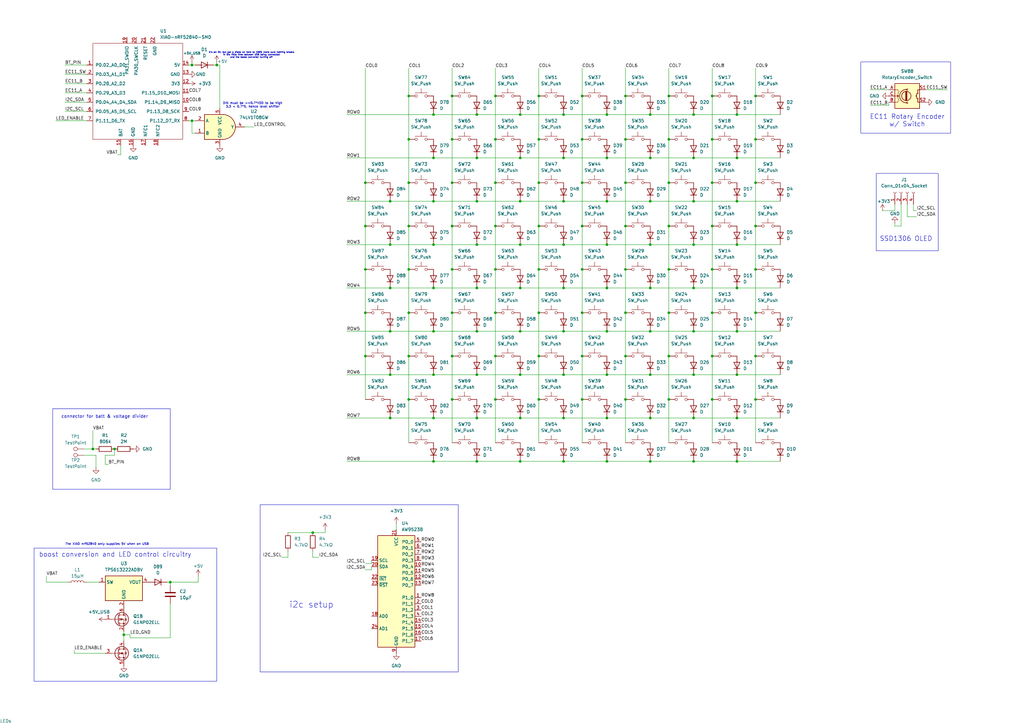
<source format=kicad_sch>
(kicad_sch (version 20250114) (generator "eeschema") (generator_version "9.0")
  (paper "A3")
  (rectangle (start 106.68 207.01) (end 187.96 275.59))
  (rectangle (start 359.41 71.12) (end 384.81 102.87))
  (rectangle (start 353.06 25.4) (end 389.89 54.61))
  (rectangle (start 21.59 167.64) (end 69.85 200.66))
  (rectangle (start 13.97 224.79) (end 88.9 279.4))
  (text "It's all 5V, but got a diode on here to 100% make sure nothing breaks\nin the little time between USB being connected\nand the boost converter turning off" (at 103.124 22.606 0) (effects (font (size 0.635 0.635))))
  (text "connector for batt & voltage divider" (at 42.926 170.942 0) (effects (font (size 1.27 1.27))))
  (text "EC11 Rotary Encoder\nw/ Switch" (at 372.11 49.53 0) (effects (font (size 1.905 1.905))))
  (text "The XIAO nrf52840 only supplies 5V when on USB" (at 43.942 223.266 0) (effects (font (size 0.889 0.889))))
  (text "i2c setup" (at 127.762 248.158 0) (effects (font (size 2.54 2.54))))
  (text "DIN must be >=0.7*VDD to be high\n3.3 < 0.7*5, hence level shifter" (at 103.632 43.18 0) (effects (font (size 0.889 0.889))))
  (text "boost conversion and LED control circuitry" (at 47.244 227.584 0) (effects (font (size 1.905 1.905))))
  (text "SSD1306 OLED" (at 371.602 98.044 0) (effects (font (size 1.905 1.905))))
  (junction (at 220.98 92.71))
  (junction (at 199.39 363.22))
  (junction (at 229.87 378.46))
  (junction (at 302.26 82.55))
  (junction (at 203.2 146.05))
  (junction (at 77.47 351.79))
  (junction (at 256.54 110.49))
  (junction (at 167.64 128.27))
  (junction (at 351.79 336.55))
  (junction (at 292.1 163.83))
  (junction (at 92.71 403.86))
  (junction (at 336.55 351.79))
  (junction (at 367.03 403.86))
  (junction (at 168.91 363.22))
  (junction (at 184.15 336.55))
  (junction (at 107.95 351.79))
  (junction (at 245.11 351.79))
  (junction (at 160.02 118.11))
  (junction (at 231.14 100.33))
  (junction (at 167.64 110.49))
  (junction (at 203.2 57.15))
  (junction (at 214.63 351.79))
  (junction (at 46.99 184.15))
  (junction (at 266.7 118.11))
  (junction (at 185.42 146.05))
  (junction (at 336.55 388.62))
  (junction (at 199.39 336.55))
  (junction (at 168.91 351.79))
  (junction (at 77.47 388.62))
  (junction (at 92.71 414.02))
  (junction (at 77.47 414.02))
  (junction (at 238.76 92.71))
  (junction (at 69.85 238.76))
  (junction (at 309.88 146.05))
  (junction (at 195.58 189.23))
  (junction (at 149.86 128.27))
  (junction (at 177.8 171.45))
  (junction (at 160.02 171.45))
  (junction (at 367.03 388.62))
  (junction (at 46.99 378.46))
  (junction (at 123.19 363.22))
  (junction (at 138.43 429.26))
  (junction (at 123.19 336.55))
  (junction (at 238.76 110.49))
  (junction (at 46.99 429.26))
  (junction (at 290.83 403.86))
  (junction (at 168.91 388.62))
  (junction (at 260.35 351.79))
  (junction (at 275.59 363.22))
  (junction (at 185.42 39.37))
  (junction (at 92.71 336.55))
  (junction (at 195.58 64.77))
  (junction (at 306.07 388.62))
  (junction (at 290.83 388.62))
  (junction (at 46.99 336.55))
  (junction (at 274.32 57.15))
  (junction (at 238.76 128.27))
  (junction (at 185.42 110.49))
  (junction (at 46.99 403.86))
  (junction (at 367.03 378.46))
  (junction (at 229.87 351.79))
  (junction (at 256.54 74.93))
  (junction (at 266.7 64.77))
  (junction (at 31.75 429.26))
  (junction (at 238.76 74.93))
  (junction (at 248.92 153.67))
  (junction (at 177.8 189.23))
  (junction (at 292.1 128.27))
  (junction (at 214.63 378.46))
  (junction (at 275.59 388.62))
  (junction (at 367.03 363.22))
  (junction (at 290.83 351.79))
  (junction (at 256.54 163.83))
  (junction (at 229.87 403.86))
  (junction (at 245.11 388.62))
  (junction (at 123.19 351.79))
  (junction (at 248.92 82.55))
  (junction (at 248.92 135.89))
  (junction (at 168.91 429.26))
  (junction (at 177.8 82.55))
  (junction (at 306.07 336.55))
  (junction (at 275.59 336.55))
  (junction (at 274.32 128.27))
  (junction (at 220.98 163.83))
  (junction (at 231.14 118.11))
  (junction (at 292.1 92.71))
  (junction (at 284.48 46.99))
  (junction (at 248.92 118.11))
  (junction (at 50.8 260.35))
  (junction (at 203.2 128.27))
  (junction (at 213.36 153.67))
  (junction (at 260.35 378.46))
  (junction (at 284.48 189.23))
  (junction (at 153.67 414.02))
  (junction (at 153.67 429.26))
  (junction (at 266.7 153.67))
  (junction (at 275.59 403.86))
  (junction (at 290.83 336.55))
  (junction (at 248.92 171.45))
  (junction (at 275.59 378.46))
  (junction (at 213.36 82.55))
  (junction (at 31.75 351.79))
  (junction (at 231.14 64.77))
  (junction (at 229.87 429.26))
  (junction (at 292.1 57.15))
  (junction (at 220.98 110.49))
  (junction (at 266.7 46.99))
  (junction (at 92.71 363.22))
  (junction (at 351.79 351.79))
  (junction (at 213.36 100.33))
  (junction (at 266.7 135.89))
  (junction (at 306.07 378.46))
  (junction (at 213.36 46.99))
  (junction (at 309.88 39.37))
  (junction (at 336.55 363.22))
  (junction (at 160.02 153.67))
  (junction (at 185.42 128.27))
  (junction (at 302.26 189.23))
  (junction (at 256.54 57.15))
  (junction (at 167.64 39.37))
  (junction (at 203.2 163.83))
  (junction (at 92.71 351.79))
  (junction (at 302.26 46.99))
  (junction (at 292.1 39.37))
  (junction (at 46.99 388.62))
  (junction (at 177.8 64.77))
  (junction (at 248.92 64.77))
  (junction (at 160.02 100.33))
  (junction (at 321.31 363.22))
  (junction (at 266.7 100.33))
  (junction (at 256.54 146.05))
  (junction (at 220.98 128.27))
  (junction (at 38.1 184.15))
  (junction (at 62.23 351.79))
  (junction (at 107.95 378.46))
  (junction (at 302.26 135.89))
  (junction (at 138.43 351.79))
  (junction (at 367.03 351.79))
  (junction (at 149.86 110.49))
  (junction (at 184.15 403.86))
  (junction (at 229.87 388.62))
  (junction (at 351.79 378.46))
  (junction (at 149.86 146.05))
  (junction (at 266.7 171.45))
  (junction (at 184.15 363.22))
  (junction (at 168.91 336.55))
  (junction (at 231.14 189.23))
  (junction (at 203.2 110.49))
  (junction (at 195.58 171.45))
  (junction (at 309.88 57.15))
  (junction (at 220.98 57.15))
  (junction (at 199.39 429.26))
  (junction (at 203.2 92.71))
  (junction (at 238.76 57.15))
  (junction (at 138.43 336.55))
  (junction (at 274.32 92.71))
  (junction (at 199.39 378.46))
  (junction (at 138.43 414.02))
  (junction (at 275.59 351.79))
  (junction (at 321.31 403.86))
  (junction (at 256.54 92.71))
  (junction (at 214.63 414.02))
  (junction (at 123.19 403.86))
  (junction (at 77.47 429.26))
  (junction (at 92.71 429.26))
  (junction (at 256.54 128.27))
  (junction (at 167.64 57.15))
  (junction (at 213.36 64.77))
  (junction (at 214.63 363.22))
  (junction (at 184.15 414.02))
  (junction (at 248.92 189.23))
  (junction (at 306.07 363.22))
  (junction (at 309.88 128.27))
  (junction (at 92.71 378.46))
  (junction (at 292.1 146.05))
  (junction (at 321.31 336.55))
  (junction (at 321.31 378.46))
  (junction (at 46.99 363.22))
  (junction (at 306.07 351.79))
  (junction (at 128.27 218.44))
  (junction (at 107.95 414.02))
  (junction (at 309.88 110.49))
  (junction (at 138.43 378.46))
  (junction (at 199.39 414.02))
  (junction (at 77.47 363.22))
  (junction (at 284.48 135.89))
  (junction (at 78.74 26.67))
  (junction (at 229.87 414.02))
  (junction (at 31.75 388.62))
  (junction (at 309.88 74.93))
  (junction (at 195.58 118.11))
  (junction (at 284.48 118.11))
  (junction (at 62.23 378.46))
  (junction (at 195.58 46.99))
  (junction (at 153.67 378.46))
  (junction (at 248.92 46.99))
  (junction (at 260.35 403.86))
  (junction (at 231.14 82.55))
  (junction (at 177.8 100.33))
  (junction (at 184.15 429.26))
  (junction (at 185.42 57.15))
  (junction (at 31.75 414.02))
  (junction (at 138.43 403.86))
  (junction (at 168.91 378.46))
  (junction (at 302.26 100.33))
  (junction (at 336.55 378.46))
  (junction (at 245.11 336.55))
  (junction (at 31.75 336.55))
  (junction (at 62.23 363.22))
  (junction (at 168.91 403.86))
  (junction (at 260.35 388.62))
  (junction (at 302.26 118.11))
  (junction (at 292.1 110.49))
  (junction (at 213.36 118.11))
  (junction (at 336.55 336.55))
  (junction (at 153.67 336.55))
  (junction (at 284.48 153.67))
  (junction (at 284.48 82.55))
  (junction (at 213.36 189.23))
  (junction (at 123.19 429.26))
  (junction (at 195.58 153.67))
  (junction (at 160.02 82.55))
  (junction (at 167.64 146.05))
  (junction (at 184.15 388.62))
  (junction (at 153.67 351.79))
  (junction (at 274.32 39.37))
  (junction (at 238.76 39.37))
  (junction (at 123.19 414.02))
  (junction (at 123.19 388.62))
  (junction (at 62.23 388.62))
  (junction (at 248.92 100.33))
  (junction (at 167.64 163.83))
  (junction (at 302.26 171.45))
  (junction (at 256.54 39.37))
  (junction (at 336.55 403.86))
  (junction (at 185.42 92.71))
  (junction (at 153.67 388.62))
  (junction (at 177.8 135.89))
  (junction (at 302.26 64.77))
  (junction (at 231.14 46.99))
  (junction (at 31.75 378.46))
  (junction (at 238.76 146.05))
  (junction (at 88.9 26.67))
  (junction (at 78.74 49.53))
  (junction (at 199.39 351.79))
  (junction (at 231.14 153.67))
  (junction (at 274.32 74.93))
  (junction (at 213.36 135.89))
  (junction (at 321.31 351.79))
  (junction (at 184.15 378.46))
  (junction (at 203.2 74.93))
  (junction (at 245.11 363.22))
  (junction (at 62.23 414.02))
  (junction (at 214.63 336.55))
  (junction (at 62.23 403.86))
  (junction (at 160.02 135.89))
  (junction (at 214.63 403.86))
  (junction (at 351.79 363.22))
  (junction (at 153.67 403.86))
  (junction (at 177.8 153.67))
  (junction (at 260.35 363.22))
  (junction (at 149.86 74.93))
  (junction (at 321.31 388.62))
  (junction (at 284.48 64.77))
  (junction (at 149.86 92.71))
  (junction (at 177.8 118.11))
  (junction (at 309.88 163.83))
  (junction (at 107.95 388.62))
  (junction (at 77.47 403.86))
  (junction (at 266.7 189.23))
  (junction (at 184.15 351.79))
  (junction (at 220.98 74.93))
  (junction (at 231.14 171.45))
  (junction (at 195.58 100.33))
  (junction (at 214.63 388.62))
  (junction (at 229.87 336.55))
  (junction (at 351.79 388.62))
  (junction (at 274.32 146.05))
  (junction (at 292.1 74.93))
  (junction (at 107.95 336.55))
  (junction (at 266.7 82.55))
  (junction (at 77.47 336.55))
  (junction (at 107.95 363.22))
  (junction (at 214.63 429.26))
  (junction (at 220.98 146.05))
  (junction (at 195.58 82.55))
  (junction (at 199.39 403.86))
  (junction (at 107.95 403.86))
  (junction (at 306.07 403.86))
  (junction (at 220.98 39.37))
  (junction (at 62.23 336.55))
  (junction (at 123.19 378.46))
  (junction (at 231.14 135.89))
  (junction (at 168.91 414.02))
  (junction (at 138.43 363.22))
  (junction (at 260.35 336.55))
  (junction (at 284.48 100.33))
  (junction (at 290.83 378.46))
  (junction (at 167.64 74.93))
  (junction (at 290.83 363.22))
  (junction (at 46.99 351.79))
  (junction (at 274.32 163.83))
  (junction (at 367.03 336.55))
  (junction (at 92.71 388.62))
  (junction (at 107.95 429.26))
  (junction (at 153.67 363.22))
  (junction (at 77.47 378.46))
  (junction (at 199.39 388.62))
  (junction (at 302.26 153.67))
  (junction (at 31.75 403.86))
  (junction (at 195.58 135.89))
  (junction (at 351.79 403.86))
  (junction (at 213.36 171.45))
  (junction (at 245.11 403.86))
  (junction (at 203.2 39.37))
  (junction (at 245.11 378.46))
  (junction (at 238.76 163.83))
  (junction (at 31.75 363.22))
  (junction (at 167.64 92.71))
  (junction (at 185.42 74.93))
  (junction (at 274.32 110.49))
  (junction (at 177.8 46.99))
  (junction (at 309.88 92.71))
  (junction (at 229.87 363.22))
  (junction (at 185.42 163.83))
  (junction (at 62.23 429.26))
  (junction (at 138.43 388.62))
  (junction (at 284.48 171.45))
  (junction (at 46.99 414.02))
  (wire (pts (xy 274.32 39.37) (xy 274.32 57.15)))
  (wire (pts (xy 306.07 336.55) (xy 321.31 336.55)))
  (wire (pts (xy 168.91 388.62) (xy 184.15 388.62)))
  (wire (pts (xy 309.88 74.93) (xy 309.88 92.71)))
  (wire (pts (xy 213.36 189.23) (xy 231.14 189.23)))
  (wire (pts (xy 149.86 128.27) (xy 149.86 146.05)))
  (wire (pts (xy 167.64 57.15) (xy 167.64 74.93)))
  (wire (pts (xy 149.86 233.68) (xy 152.4 233.68)))
  (wire (pts (xy 302.26 153.67) (xy 320.04 153.67)))
  (wire (pts (xy 336.55 336.55) (xy 351.79 336.55)))
  (wire (pts (xy 195.58 46.99) (xy 213.36 46.99)))
  (wire (pts (xy 388.62 36.83) (xy 379.73 36.83)))
  (wire (pts (xy 149.86 92.71) (xy 149.86 110.49)))
  (wire (pts (xy 367.03 388.62) (xy 382.27 388.62)))
  (wire (pts (xy 199.39 336.55) (xy 214.63 336.55)))
  (wire (pts (xy 292.1 163.83) (xy 292.1 181.61)))
  (wire (pts (xy 153.67 403.86) (xy 168.91 403.86)))
  (wire (pts (xy 167.64 128.27) (xy 167.64 146.05)))
  (wire (pts (xy 62.23 388.62) (xy 77.47 388.62)))
  (wire (pts (xy 26.67 378.46) (xy 31.75 378.46)))
  (wire (pts (xy 367.03 363.22) (xy 382.27 363.22)))
  (wire (pts (xy 142.24 171.45) (xy 160.02 171.45)))
  (wire (pts (xy 50.8 259.08) (xy 50.8 260.35)))
  (wire (pts (xy 309.88 57.15) (xy 309.88 74.93)))
  (wire (pts (xy 292.1 146.05) (xy 292.1 163.83)))
  (wire (pts (xy 160.02 153.67) (xy 177.8 153.67)))
  (wire (pts (xy 152.4 231.14) (xy 152.4 229.87)))
  (wire (pts (xy 49.53 63.5) (xy 49.53 59.69)))
  (wire (pts (xy 274.32 92.71) (xy 274.32 110.49)))
  (wire (pts (xy 356.87 36.83) (xy 364.49 36.83)))
  (wire (pts (xy 245.11 378.46) (xy 260.35 378.46)))
  (wire (pts (xy 274.32 27.94) (xy 274.32 39.37)))
  (wire (pts (xy 367.03 86.36) (xy 361.95 86.36)))
  (wire (pts (xy 213.36 82.55) (xy 231.14 82.55)))
  (wire (pts (xy 26.67 41.91) (xy 35.56 41.91)))
  (wire (pts (xy 256.54 57.15) (xy 256.54 74.93)))
  (wire (pts (xy 199.39 351.79) (xy 214.63 351.79)))
  (wire (pts (xy 199.39 363.22) (xy 214.63 363.22)))
  (wire (pts (xy 184.15 403.86) (xy 199.39 403.86)))
  (wire (pts (xy 351.79 351.79) (xy 367.03 351.79)))
  (wire (pts (xy 177.8 189.23) (xy 195.58 189.23)))
  (wire (pts (xy 160.02 82.55) (xy 177.8 82.55)))
  (wire (pts (xy 336.55 403.86) (xy 351.79 403.86)))
  (wire (pts (xy 77.47 414.02) (xy 92.71 414.02)))
  (wire (pts (xy 275.59 388.62) (xy 290.83 388.62)))
  (wire (pts (xy 78.74 26.67) (xy 78.74 25.4)))
  (wire (pts (xy 367.03 92.71) (xy 369.57 92.71)))
  (wire (pts (xy 195.58 118.11) (xy 213.36 118.11)))
  (wire (pts (xy 62.23 351.79) (xy 77.47 351.79)))
  (wire (pts (xy 309.88 128.27) (xy 309.88 146.05)))
  (wire (pts (xy 46.99 363.22) (xy 62.23 363.22)))
  (wire (pts (xy 39.37 184.15) (xy 38.1 184.15)))
  (wire (pts (xy 336.55 351.79) (xy 351.79 351.79)))
  (wire (pts (xy 142.24 64.77) (xy 177.8 64.77)))
  (wire (pts (xy 68.58 238.76) (xy 69.85 238.76)))
  (wire (pts (xy 292.1 110.49) (xy 292.1 128.27)))
  (wire (pts (xy 160.02 171.45) (xy 177.8 171.45)))
  (wire (pts (xy 168.91 429.26) (xy 184.15 429.26)))
  (wire (pts (xy 153.67 414.02) (xy 168.91 414.02)))
  (wire (pts (xy 256.54 92.71) (xy 256.54 110.49)))
  (wire (pts (xy 77.47 336.55) (xy 92.71 336.55)))
  (wire (pts (xy 284.48 171.45) (xy 302.26 171.45)))
  (wire (pts (xy 46.99 414.02) (xy 62.23 414.02)))
  (wire (pts (xy 374.65 83.82) (xy 374.65 86.36)))
  (wire (pts (xy 53.34 261.62) (xy 69.85 261.62)))
  (wire (pts (xy 229.87 363.22) (xy 245.11 363.22)))
  (wire (pts (xy 248.92 153.67) (xy 266.7 153.67)))
  (wire (pts (xy 292.1 74.93) (xy 292.1 92.71)))
  (wire (pts (xy 149.86 146.05) (xy 149.86 163.83)))
  (wire (pts (xy 220.98 146.05) (xy 220.98 163.83)))
  (wire (pts (xy 321.31 378.46) (xy 336.55 378.46)))
  (wire (pts (xy 142.24 100.33) (xy 160.02 100.33)))
  (wire (pts (xy 321.31 388.62) (xy 336.55 388.62)))
  (wire (pts (xy 21.59 363.22) (xy 31.75 363.22)))
  (wire (pts (xy 238.76 146.05) (xy 238.76 128.27)))
  (wire (pts (xy 142.24 82.55) (xy 160.02 82.55)))
  (wire (pts (xy 369.57 92.71) (xy 369.57 83.82)))
  (wire (pts (xy 290.83 363.22) (xy 306.07 363.22)))
  (wire (pts (xy 8.89 421.64) (xy 24.13 421.64)))
  (wire (pts (xy 138.43 429.26) (xy 153.67 429.26)))
  (wire (pts (xy 302.26 82.55) (xy 320.04 82.55)))
  (wire (pts (xy 275.59 378.46) (xy 290.83 378.46)))
  (wire (pts (xy 77.47 351.79) (xy 92.71 351.79)))
  (wire (pts (xy 184.15 429.26) (xy 199.39 429.26)))
  (wire (pts (xy 199.39 378.46) (xy 214.63 378.46)))
  (wire (pts (xy 367.03 378.46) (xy 382.27 378.46)))
  (wire (pts (xy 21.59 361.95) (xy 21.59 363.22)))
  (wire (pts (xy 167.64 92.71) (xy 167.64 110.49)))
  (wire (pts (xy 78.74 49.53) (xy 80.01 49.53)))
  (wire (pts (xy 309.88 146.05) (xy 309.88 163.83)))
  (wire (pts (xy 8.89 396.24) (xy 8.89 381)))
  (wire (pts (xy 62.23 378.46) (xy 77.47 378.46)))
  (wire (pts (xy 220.98 27.94) (xy 220.98 39.37)))
  (wire (pts (xy 177.8 100.33) (xy 195.58 100.33)))
  (wire (pts (xy 284.48 189.23) (xy 302.26 189.23)))
  (wire (pts (xy 153.67 363.22) (xy 168.91 363.22)))
  (wire (pts (xy 195.58 171.45) (xy 213.36 171.45)))
  (wire (pts (xy 238.76 92.71) (xy 238.76 110.49)))
  (wire (pts (xy 214.63 429.26) (xy 229.87 429.26)))
  (wire (pts (xy 266.7 171.45) (xy 284.48 171.45)))
  (wire (pts (xy 367.03 83.82) (xy 367.03 86.36)))
  (wire (pts (xy 302.26 100.33) (xy 320.04 100.33)))
  (wire (pts (xy 266.7 153.67) (xy 284.48 153.67)))
  (wire (pts (xy 69.85 238.76) (xy 81.28 238.76)))
  (wire (pts (xy 31.75 351.79) (xy 46.99 351.79)))
  (wire (pts (xy 203.2 92.71) (xy 203.2 110.49)))
  (wire (pts (xy 26.67 403.86) (xy 31.75 403.86)))
  (wire (pts (xy 274.32 74.93) (xy 274.32 92.71)))
  (wire (pts (xy 284.48 118.11) (xy 302.26 118.11)))
  (wire (pts (xy 306.07 351.79) (xy 321.31 351.79)))
  (wire (pts (xy 185.42 39.37) (xy 185.42 57.15)))
  (wire (pts (xy 229.87 336.55) (xy 245.11 336.55)))
  (wire (pts (xy 92.71 336.55) (xy 107.95 336.55)))
  (wire (pts (xy 351.79 378.46) (xy 367.03 378.46)))
  (wire (pts (xy 128.27 228.6) (xy 130.81 228.6)))
  (wire (pts (xy 138.43 363.22) (xy 153.67 363.22)))
  (wire (pts (xy 256.54 128.27) (xy 256.54 146.05)))
  (wire (pts (xy 274.32 146.05) (xy 274.32 163.83)))
  (wire (pts (xy 80.01 54.61) (xy 78.74 54.61)))
  (wire (pts (xy 220.98 57.15) (xy 220.98 74.93)))
  (wire (pts (xy 62.23 429.26) (xy 77.47 429.26)))
  (wire (pts (xy 153.67 378.46) (xy 168.91 378.46)))
  (wire (pts (xy 81.28 238.76) (xy 81.28 236.22)))
  (wire (pts (xy 184.15 363.22) (xy 199.39 363.22)))
  (wire (pts (xy 160.02 100.33) (xy 177.8 100.33)))
  (wire (pts (xy 238.76 27.94) (xy 238.76 39.37)))
  (wire (pts (xy 62.23 414.02) (xy 77.47 414.02)))
  (wire (pts (xy 167.64 110.49) (xy 167.64 128.27)))
  (wire (pts (xy 87.63 26.67) (xy 88.9 26.67)))
  (wire (pts (xy 260.35 351.79) (xy 275.59 351.79)))
  (wire (pts (xy 220.98 128.27) (xy 220.98 146.05)))
  (wire (pts (xy 46.99 186.69) (xy 43.18 186.69)))
  (wire (pts (xy 245.11 336.55) (xy 260.35 336.55)))
  (wire (pts (xy 248.92 82.55) (xy 266.7 82.55)))
  (wire (pts (xy 62.23 363.22) (xy 77.47 363.22)))
  (wire (pts (xy 21.59 414.02) (xy 31.75 414.02)))
  (wire (pts (xy 214.63 388.62) (xy 229.87 388.62)))
  (wire (pts (xy 292.1 92.71) (xy 292.1 110.49)))
  (wire (pts (xy 229.87 403.86) (xy 245.11 403.86)))
  (wire (pts (xy 168.91 336.55) (xy 184.15 336.55)))
  (wire (pts (xy 199.39 414.02) (xy 214.63 414.02)))
  (wire (pts (xy 123.19 429.26) (xy 138.43 429.26)))
  (wire (pts (xy 220.98 110.49) (xy 220.98 128.27)))
  (wire (pts (xy 138.43 388.62) (xy 153.67 388.62)))
  (wire (pts (xy 195.58 153.67) (xy 213.36 153.67)))
  (wire (pts (xy 92.71 388.62) (xy 107.95 388.62)))
  (wire (pts (xy 167.64 39.37) (xy 167.64 57.15)))
  (wire (pts (xy 256.54 146.05) (xy 256.54 163.83)))
  (wire (pts (xy 389.89 396.24) (xy 389.89 406.4)))
  (wire (pts (xy 46.99 403.86) (xy 62.23 403.86)))
  (wire (pts (xy 374.65 86.36) (xy 375.92 86.36)))
  (wire (pts (xy 152.4 233.68) (xy 152.4 232.41)))
  (wire (pts (xy 92.71 351.79) (xy 107.95 351.79)))
  (wire (pts (xy 21.59 388.62) (xy 31.75 388.62)))
  (wire (pts (xy 213.36 153.67) (xy 231.14 153.67)))
  (wire (pts (xy 142.24 135.89) (xy 160.02 135.89)))
  (wire (pts (xy 256.54 39.37) (xy 256.54 57.15)))
  (wire (pts (xy 48.26 63.5) (xy 49.53 63.5)))
  (wire (pts (xy 10.16 344.17) (xy 24.13 344.17)))
  (wire (pts (xy 321.31 363.22) (xy 336.55 363.22)))
  (wire (pts (xy 389.89 344.17) (xy 389.89 354.33)))
  (wire (pts (xy 302.26 118.11) (xy 320.04 118.11)))
  (wire (pts (xy 389.89 381) (xy 389.89 370.84)))
  (wire (pts (xy 46.99 336.55) (xy 62.23 336.55)))
  (wire (pts (xy 321.31 351.79) (xy 336.55 351.79)))
  (wire (pts (xy 88.9 26.67) (xy 88.9 25.4)))
  (wire (pts (xy 302.26 46.99) (xy 320.04 46.99)))
  (wire (pts (xy 213.36 135.89) (xy 231.14 135.89)))
  (wire (pts (xy 123.19 336.55) (xy 138.43 336.55)))
  (wire (pts (xy 31.75 363.22) (xy 46.99 363.22)))
  (wire (pts (xy 309.88 39.37) (xy 309.88 57.15)))
  (wire (pts (xy 306.07 378.46) (xy 321.31 378.46)))
  (wire (pts (xy 153.67 388.62) (xy 168.91 388.62)))
  (wire (pts (xy 292.1 27.94) (xy 292.1 39.37)))
  (wire (pts (xy 184.15 351.79) (xy 199.39 351.79)))
  (wire (pts (xy 149.86 74.93) (xy 149.86 92.71)))
  (wire (pts (xy 69.85 261.62) (xy 69.85 247.65)))
  (wire (pts (xy 214.63 378.46) (xy 229.87 378.46)))
  (wire (pts (xy 149.86 110.49) (xy 149.86 128.27)))
  (wire (pts (xy 389.89 354.33) (xy 8.89 354.33)))
  (wire (pts (xy 260.35 378.46) (xy 275.59 378.46)))
  (wire (pts (xy 256.54 27.94) (xy 256.54 39.37)))
  (wire (pts (xy 46.99 388.62) (xy 62.23 388.62)))
  (wire (pts (xy 77.47 26.67) (xy 78.74 26.67)))
  (wire (pts (xy 248.92 171.45) (xy 266.7 171.45)))
  (wire (pts (xy 26.67 26.67) (xy 35.56 26.67)))
  (wire (pts (xy 203.2 146.05) (xy 203.2 163.83)))
  (wire (pts (xy 309.88 110.49) (xy 309.88 128.27)))
  (wire (pts (xy 203.2 128.27) (xy 203.2 146.05)))
  (wire (pts (xy 256.54 163.83) (xy 256.54 181.61)))
  (wire (pts (xy 284.48 82.55) (xy 302.26 82.55)))
  (wire (pts (xy 185.42 27.94) (xy 185.42 39.37)))
  (wire (pts (xy 185.42 181.61) (xy 185.42 163.83)))
  (wire (pts (xy 229.87 388.62) (xy 245.11 388.62)))
  (wire (pts (xy 367.03 91.44) (xy 367.03 92.71)))
  (wire (pts (xy 367.03 351.79) (xy 382.27 351.79)))
  (wire (pts (xy 8.89 370.84) (xy 24.13 370.84)))
  (wire (pts (xy 213.36 46.99) (xy 231.14 46.99)))
  (wire (pts (xy 90.17 26.67) (xy 88.9 26.67)))
  (wire (pts (xy 142.24 118.11) (xy 160.02 118.11)))
  (wire (pts (xy 266.7 135.89) (xy 284.48 135.89)))
  (wire (pts (xy 26.67 429.26) (xy 31.75 429.26)))
  (wire (pts (xy 69.85 238.76) (xy 69.85 240.03)))
  (wire (pts (xy 351.79 388.62) (xy 367.03 388.62)))
  (wire (pts (xy 184.15 336.55) (xy 199.39 336.55)))
  (wire (pts (xy 77.47 49.53) (xy 78.74 49.53)))
  (wire (pts (xy 248.92 118.11) (xy 266.7 118.11)))
  (wire (pts (xy 107.95 336.55) (xy 123.19 336.55)))
  (wire (pts (xy 336.55 363.22) (xy 351.79 363.22)))
  (wire (pts (xy 19.05 238.76) (xy 27.94 238.76)))
  (wire (pts (xy 274.32 110.49) (xy 274.32 128.27)))
  (wire (pts (xy 128.27 226.06) (xy 128.27 228.6)))
  (wire (pts (xy 256.54 110.49) (xy 256.54 128.27)))
  (wire (pts (xy 184.15 388.62) (xy 199.39 388.62)))
  (wire (pts (xy 39.37 186.69) (xy 34.29 186.69)))
  (wire (pts (xy 177.8 118.11) (xy 195.58 118.11)))
  (wire (pts (xy 21.59 336.55) (xy 21.59 335.28)))
  (wire (pts (xy 46.99 378.46) (xy 62.23 378.46)))
  (wire (pts (xy 31.75 378.46) (xy 46.99 378.46)))
  (wire (pts (xy 203.2 110.49) (xy 203.2 128.27)))
  (wire (pts (xy 46.99 429.26) (xy 62.23 429.26)))
  (wire (pts (xy 238.76 110.49) (xy 238.76 128.27)))
  (wire (pts (xy 351.79 336.55) (xy 367.03 336.55)))
  (wire (pts (xy 107.95 388.62) (xy 123.19 388.62)))
  (wire (pts (xy 22.86 49.53) (xy 35.56 49.53)))
  (wire (pts (xy 31.75 414.02) (xy 46.99 414.02)))
  (wire (pts (xy 248.92 189.23) (xy 266.7 189.23)))
  (wire (pts (xy 21.59 387.35) (xy 21.59 388.62)))
  (wire (pts (xy 38.1 184.15) (xy 34.29 184.15)))
  (wire (pts (xy 199.39 429.26) (xy 214.63 429.26)))
  (wire (pts (xy 177.8 46.99) (xy 195.58 46.99)))
  (wire (pts (xy 92.71 429.26) (xy 107.95 429.26)))
  (wire (pts (xy 256.54 74.93) (xy 256.54 92.71)))
  (wire (pts (xy 39.37 186.69) (xy 39.37 191.77)))
  (wire (pts (xy 100.33 52.07) (xy 104.14 52.07)))
  (wire (pts (xy 389.89 406.4) (xy 8.89 406.4)))
  (wire (pts (xy 290.83 351.79) (xy 306.07 351.79)))
  (wire (pts (xy 203.2 27.94) (xy 203.2 39.37)))
  (wire (pts (xy 372.11 88.9) (xy 372.11 83.82)))
  (wire (pts (xy 8.89 354.33) (xy 8.89 370.84)))
  (wire (pts (xy 92.71 363.22) (xy 107.95 363.22)))
  (wire (pts (xy 177.8 135.89) (xy 195.58 135.89)))
  (wire (pts (xy 123.19 351.79) (xy 138.43 351.79)))
  (wire (pts (xy 336.55 388.62) (xy 351.79 388.62)))
  (wire (pts (xy 50.8 260.35) (xy 50.8 262.89)))
  (wire (pts (xy 123.19 363.22) (xy 138.43 363.22)))
  (wire (pts (xy 168.91 378.46) (xy 184.15 378.46)))
  (wire (pts (xy 238.76 146.05) (xy 238.76 163.83)))
  (wire (pts (xy 195.58 189.23) (xy 213.36 189.23)))
  (wire (pts (xy 284.48 64.77) (xy 302.26 64.77)))
  (wire (pts (xy 8.89 381) (xy 389.89 381)))
  (wire (pts (xy 351.79 403.86) (xy 367.03 403.86)))
  (wire (pts (xy 302.26 171.45) (xy 320.04 171.45)))
  (wire (pts (xy 30.48 266.7) (xy 30.48 267.97)))
  (wire (pts (xy 77.47 429.26) (xy 92.71 429.26)))
  (wire (pts (xy 321.31 336.55) (xy 336.55 336.55)))
  (wire (pts (xy 266.7 118.11) (xy 284.48 118.11)))
  (wire (pts (xy 19.05 236.22) (xy 19.05 238.76)))
  (wire (pts (xy 128.27 218.44) (xy 118.11 218.44)))
  (wire (pts (xy 77.47 363.22) (xy 92.71 363.22)))
  (wire (pts (xy 10.16 342.9) (xy 10.16 344.17)))
  (wire (pts (xy 266.7 100.33) (xy 284.48 100.33)))
  (wire (pts (xy 214.63 336.55) (xy 229.87 336.55)))
  (wire (pts (xy 123.19 388.62) (xy 138.43 388.62)))
  (wire (pts (xy 167.64 163.83) (xy 167.64 181.61)))
  (wire (pts (xy 107.95 403.86) (xy 123.19 403.86)))
  (wire (pts (xy 195.58 82.55) (xy 213.36 82.55)))
  (wire (pts (xy 46.99 184.15) (xy 46.99 186.69)))
  (wire (pts (xy 149.86 27.94) (xy 149.86 74.93)))
  (wire (pts (xy 284.48 46.99) (xy 302.26 46.99)))
  (wire (pts (xy 31.75 336.55) (xy 46.99 336.55)))
  (wire (pts (xy 229.87 414.02) (xy 245.11 414.02)))
  (wire (pts (xy 160.02 118.11) (xy 177.8 118.11)))
  (wire (pts (xy 214.63 414.02) (xy 229.87 414.02)))
  (wire (pts (xy 220.98 163.83) (xy 220.98 181.61)))
  (wire (pts (xy 302.26 64.77) (xy 320.04 64.77)))
  (wire (pts (xy 356.87 43.18) (xy 364.49 43.18)))
  (wire (pts (xy 284.48 100.33) (xy 302.26 100.33)))
  (wire (pts (xy 38.1 176.53) (xy 38.1 184.15)))
  (wire (pts (xy 123.19 378.46) (xy 138.43 378.46)))
  (wire (pts (xy 90.17 26.67) (xy 90.17 44.45)))
  (wire (pts (xy 21.59 412.75) (xy 21.59 414.02)))
  (wire (pts (xy 107.95 429.26) (xy 123.19 429.26)))
  (wire (pts (xy 123.19 403.86) (xy 138.43 403.86)))
  (wire (pts (xy 231.14 64.77) (xy 248.92 64.77)))
  (wire (pts (xy 184.15 378.46) (xy 199.39 378.46)))
  (wire (pts (xy 107.95 363.22) (xy 123.19 363.22)))
  (wire (pts (xy 133.35 217.17) (xy 133.35 218.44)))
  (wire (pts (xy 266.7 64.77) (xy 284.48 64.77)))
  (wire (pts (xy 162.56 214.63) (xy 162.56 217.17)))
  (wire (pts (xy 115.57 228.6) (xy 118.11 228.6)))
  (wire (pts (xy 168.91 363.22) (xy 184.15 363.22)))
  (wire (pts (xy 367.03 403.86) (xy 382.27 403.86)))
  (wire (pts (xy 168.91 414.02) (xy 184.15 414.02)))
  (wire (pts (xy 248.92 135.89) (xy 266.7 135.89)))
  (wire (pts (xy 274.32 57.15) (xy 274.32 74.93)))
  (wire (pts (xy 185.42 74.93) (xy 185.42 92.71)))
  (wire (pts (xy 364.49 43.18) (xy 364.49 41.91)))
  (wire (pts (xy 284.48 135.89) (xy 302.26 135.89)))
  (wire (pts (xy 138.43 378.46) (xy 153.67 378.46)))
  (wire (pts (xy 185.42 128.27) (xy 185.42 110.49)))
  (wire (pts (xy 248.92 100.33) (xy 266.7 100.33)))
  (wire (pts (xy 306.07 388.62) (xy 321.31 388.62)))
  (wire (pts (xy 214.63 363.22) (xy 229.87 363.22)))
  (wire (pts (xy 46.99 351.79) (xy 62.23 351.79)))
  (wire (pts (xy 123.19 414.02) (xy 138.43 414.02)))
  (wire (pts (xy 142.24 189.23) (xy 177.8 189.23)))
  (wire (pts (xy 167.64 146.05) (xy 167.64 163.83)))
  (wire (pts (xy 231.14 153.67) (xy 248.92 153.67)))
  (wire (pts (xy 142.24 46.99) (xy 177.8 46.99)))
  (wire (pts (xy 107.95 414.02) (xy 123.19 414.02)))
  (wire (pts (xy 177.8 82.55) (xy 195.58 82.55)))
  (wire (pts (xy 203.2 39.37) (xy 203.2 57.15)))
  (wire (pts (xy 92.71 403.86) (xy 107.95 403.86)))
  (wire (pts (xy 24.13 396.24) (xy 8.89 396.24)))
  (wire (pts (xy 274.32 163.83) (xy 274.32 181.61)))
  (wire (pts (xy 160.02 135.89) (xy 177.8 135.89)))
  (wire (pts (xy 351.79 363.22) (xy 367.03 363.22)))
  (wire (pts (xy 107.95 351.79) (xy 123.19 351.79)))
  (wire (pts (xy 177.8 64.77) (xy 195.58 64.77)))
  (wire (pts (xy 284.48 153.67) (xy 302.26 153.67)))
  (wire (pts (xy 260.35 403.86) (xy 275.59 403.86)))
  (wire (pts (xy 309.88 163.83) (xy 309.88 181.61)))
  (wire (pts (xy 138.43 403.86) (xy 153.67 403.86)))
  (wire (pts (xy 168.91 351.79) (xy 184.15 351.79)))
  (wire (pts (xy 8.89 406.4) (xy 8.89 421.64)))
  (wire (pts (xy 260.35 363.22) (xy 275.59 363.22)))
  (wire (pts (xy 245.11 351.79) (xy 260.35 351.79)))
  (wire (pts (xy 231.14 171.45) (xy 248.92 171.45)))
  (wire (pts (xy 138.43 414.02) (xy 153.67 414.02)))
  (wire (pts (xy 275.59 336.55) (xy 290.83 336.55)))
  (wire (pts (xy 275.59 363.22) (xy 290.83 363.22)))
  (wire (pts (xy 274.32 128.27) (xy 274.32 146.05)))
  (wire (pts (xy 203.2 163.83) (xy 203.2 181.61)))
  (wire (pts (xy 290.83 403.86) (xy 306.07 403.86)))
  (wire (pts (xy 118.11 228.6) (xy 118.11 226.06)))
  (wire (pts (xy 213.36 118.11) (xy 231.14 118.11)))
  (wire (pts (xy 199.39 388.62) (xy 214.63 388.62)))
  (wire (pts (xy 77.47 403.86) (xy 92.71 403.86)))
  (wire (pts (xy 78.74 26.67) (xy 80.01 26.67)))
  (wire (pts (xy 238.76 163.83) (xy 238.76 181.61)))
  (wire (pts (xy 375.92 88.9) (xy 372.11 88.9)))
  (wire (pts (xy 231.14 135.89) (xy 248.92 135.89)))
  (wire (pts (xy 43.18 190.5) (xy 44.45 190.5)))
  (wire (pts (xy 231.14 189.23) (xy 248.92 189.23)))
  (wire (pts (xy 220.98 39.37) (xy 220.98 57.15)))
  (wire (pts (xy 26.67 351.79) (xy 31.75 351.79)))
  (wire (pts (xy 26.67 38.1) (xy 35.56 38.1)))
  (wire (pts (xy 266.7 189.23) (xy 284.48 189.23)))
  (wire (pts (xy 213.36 171.45) (xy 231.14 171.45)))
  (wire (pts (xy 26.67 34.29) (xy 35.56 34.29)))
  (wire (pts (xy 31.75 403.86) (xy 46.99 403.86)))
  (wire (pts (xy 292.1 128.27) (xy 292.1 146.05)))
  (wire (pts (xy 231.14 46.99) (xy 248.92 46.99)))
  (wire (pts (xy 185.42 57.15) (xy 185.42 74.93)))
  (wire (pts (xy 203.2 57.15) (xy 203.2 74.93)))
  (wire (pts (xy 306.07 403.86) (xy 321.31 403.86)))
  (wire (pts (xy 35.56 238.76) (xy 40.64 238.76)))
  (wire (pts (xy 185.42 146.05) (xy 185.42 128.27)))
  (wire (pts (xy 199.39 403.86) (xy 214.63 403.86)))
  (wire (pts (xy 203.2 74.93) (xy 203.2 92.71)))
  (wire (pts (xy 43.18 186.69) (xy 43.18 190.5)))
  (wire (pts (xy 62.23 336.55) (xy 77.47 336.55)))
  (wire (pts (xy 231.14 100.33) (xy 248.92 100.33)))
  (wire (pts (xy 238.76 57.15) (xy 238.76 74.93)))
  (wire (pts (xy 213.36 100.33) (xy 231.14 100.33)))
  (wire (pts (xy 290.83 388.62) (xy 306.07 388.62)))
  (wire (pts (xy 31.75 429.26) (xy 46.99 429.26)))
  (wire (pts (xy 168.91 403.86) (xy 184.15 403.86)))
  (wire (pts (xy 245.11 363.22) (xy 260.35 363.22)))
  (wire (pts (xy 92.71 378.46) (xy 107.95 378.46)))
  (wire (pts (xy 26.67 30.48) (xy 35.56 30.48)))
  (wire (pts (xy 336.55 378.46) (xy 351.79 378.46)))
  (wire (pts (xy 62.23 403.86) (xy 77.47 403.86)))
  (wire (pts (xy 167.64 27.94) (xy 167.64 39.37)))
  (wire (pts (xy 238.76 39.37) (xy 238.76 57.15)))
  (wire (pts (xy 30.48 267.97) (xy 43.18 267.97)))
  (wire (pts (xy 185.42 110.49) (xy 185.42 92.71)))
  (wire (pts (xy 290.83 378.46) (xy 306.07 378.46)))
  (wire (pts (xy 220.98 74.93) (xy 220.98 92.71)))
  (wire (pts (xy 31.75 388.62) (xy 46.99 388.62)))
  (wire (pts (xy 292.1 57.15) (xy 292.1 74.93)))
  (wire (pts (xy 260.35 336.55) (xy 275.59 336.55)))
  (wire (pts (xy 275.59 403.86) (xy 290.83 403.86)))
  (wire (pts (xy 231.14 118.11) (xy 248.92 118.11)))
  (wire (pts (xy 321.31 403.86) (xy 336.55 403.86)))
  (wire (pts (xy 309.88 92.71) (xy 309.88 110.49)))
  (wire (pts (xy 248.92 64.77) (xy 266.7 64.77)))
  (wire (pts (xy 142.24 153.67) (xy 160.02 153.67)))
  (wire (pts (xy 292.1 39.37) (xy 292.1 57.15)))
  (wire (pts (xy 214.63 403.86) (xy 229.87 403.86)))
  (wire (pts (xy 31.75 336.55) (xy 21.59 336.55)))
  (wire (pts (xy 266.7 82.55) (xy 284.48 82.55)))
  (wire (pts (xy 138.43 351.79) (xy 153.67 351.79)))
  (wire (pts (xy 167.64 74.93) (xy 167.64 92.71)))
  (wire (pts (xy 229.87 429.26) (xy 245.11 429.26)))
  (wire (pts (xy 266.7 46.99) (xy 284.48 46.99)))
  (wire (pts (xy 138.43 336.55) (xy 153.67 336.55)))
  (wire (pts (xy 77.47 378.46) (xy 92.71 378.46)))
  (wire (pts (xy 306.07 363.22) (xy 321.31 363.22)))
  (wire (pts (xy 185.42 163.83) (xy 185.42 146.05)))
  (wire (pts (xy 78.74 54.61) (xy 78.74 49.53)))
  (wire (pts (xy 77.47 388.62) (xy 92.71 388.62)))
  (wire (pts (xy 302.26 189.23) (xy 320.04 189.23)))
  (wire (pts (xy 302.26 135.89) (xy 320.04 135.89)))
  (wire (pts (xy 149.86 231.14) (xy 152.4 231.14)))
  (wire (pts (xy 153.67 336.55) (xy 168.91 336.55)))
  (wire (pts (xy 231.14 82.55) (xy 248.92 82.55)))
  (wire (pts (xy 220.98 92.71) (xy 220.98 110.49)))
  (wire (pts (xy 53.34 260.35) (xy 50.8 260.35)))
  (wire (pts (xy 260.35 388.62) (xy 275.59 388.62)))
  (wire (pts (xy 195.58 135.89) (xy 213.36 135.89)))
  (wire (pts (xy 214.63 351.79) (xy 229.87 351.79)))
  (wire (pts (xy 229.87 378.46) (xy 245.11 378.46)))
  (wire (pts (xy 229.87 351.79) (xy 245.11 351.79)))
  (wire (pts (xy 245.11 403.86) (xy 260.35 403.86)))
  (wire (pts (xy 107.95 378.46) (xy 123.19 378.46)))
  (wire (pts (xy 177.8 153.67) (xy 195.58 153.67)))
  (wire (pts (xy 177.8 171.45) (xy 195.58 171.45)))
  (wire (pts (xy 290.83 336.55) (xy 306.07 336.55)))
  (wire (pts (xy 92.71 414.02) (xy 107.95 414.02)))
  (wire (pts (xy 367.03 336.55) (xy 382.27 336.55)))
  (wire (pts (xy 195.58 100.33) (xy 213.36 100.33)))
  (wire (pts (xy 133.35 218.44) (xy 128.27 218.44)))
  (wire (pts (xy 195.58 64.77) (xy 213.36 64.77)))
  (wire (pts (xy 238.76 74.93) (xy 238.76 92.71)))
  (wire (pts (xy 184.15 414.02) (xy 199.39 414.02)))
  (wire (pts (xy 309.88 27.94) (xy 309.88 39.37)))
  (wire (pts (xy 245.11 388.62) (xy 260.35 388.62)))
  (wire (pts (xy 26.67 45.72) (xy 35.56 45.72)))
  (wire (pts (xy 153.67 429.26) (xy 168.91 429.26)))
  (wire (pts (xy 213.36 64.77) (xy 231.14 64.77)))
  (wire (pts (xy 153.67 351.79) (xy 168.91 351.79)))
  (wire (pts (xy 53.34 260.35) (xy 53.34 261.62)))
  (wire (pts (xy 275.59 351.79) (xy 290.83 351.79)))
  (wire (pts (xy 248.92 46.99) (xy 266.7 46.99)))
  (label "LED_ENABLE" (at 30.48 266.7 0))
  (label "I2C_SDA" (at 375.92 88.9 0))
  (label "COL4" (at 172.72 257.81 0))
  (label "ROW4" (at 172.72 232.41 0))
  (label "COL2" (at 185.42 27.94 0))
  (label "EC11_SW" (at 26.67 30.48 0))
  (label "COL9" (at 77.47 45.72 0))
  (label "LED_CONTROL" (at 10.16 342.9 0))
  (label "COL1" (at 167.64 27.94 0))
  (label "EC11_A" (at 356.87 36.83 0))
  (label "LED_GND" (at 26.67 403.86 180))
  (label "COL3" (at 172.72 255.27 0))
  (label "VBAT" (at 48.26 63.5 180))
  (label "EC11_A" (at 26.67 38.1 0))
  (label "ROW7" (at 142.24 171.45 0))
  (label "LED_GND" (at 53.34 260.35 0))
  (label "COL5" (at 172.72 260.35 0))
  (label "I2C_SDA" (at 26.67 41.91 0))
  (label "I2C_SDA" (at 149.86 233.68 180))
  (label "COL6" (at 256.54 27.94 0))
  (label "COL4" (at 220.98 27.94 0))
  (label "I2C_SCL" (at 115.57 228.6 180))
  (label "ROW6" (at 172.72 237.49 0))
  (label "EC11_B" (at 356.87 43.18 0))
  (label "ROW4" (at 142.24 118.11 0))
  (label "ROW8" (at 172.72 245.11 0))
  (label "ROW0" (at 142.24 46.99 0))
  (label "LED_ENABLE" (at 22.86 49.53 0))
  (label "I2C_SDA" (at 130.81 228.6 0))
  (label "EC11_B" (at 26.67 34.29 0))
  (label "COL1" (at 172.72 250.19 0))
  (label "ROW2" (at 142.24 82.55 0))
  (label "ROW5" (at 142.24 135.89 0))
  (label "ROW6" (at 142.24 153.67 0))
  (label "LED_GND" (at 26.67 351.79 180))
  (label "BT_PIN" (at 26.67 26.67 0))
  (label "ROW3" (at 142.24 100.33 0))
  (label "ROW1" (at 142.24 64.77 0))
  (label "COL9" (at 309.88 27.94 0))
  (label "COL8" (at 292.1 27.94 0))
  (label "ROW5" (at 172.72 234.95 0))
  (label "COL3" (at 203.2 27.94 0))
  (label "ROW8" (at 142.24 189.23 0))
  (label "I2C_SCL" (at 26.67 45.72 0))
  (label "COL0" (at 172.72 247.65 0))
  (label "VBAT" (at 19.05 236.22 0))
  (label "LED_GND" (at 26.67 429.26 180))
  (label "ROW0" (at 172.72 222.25 0))
  (label "COL0" (at 149.86 27.94 0))
  (label "ROW3" (at 172.72 229.87 0))
  (label "I2C_SCL" (at 149.86 231.14 180))
  (label "COL2" (at 172.72 252.73 0))
  (label "COL5" (at 238.76 27.94 0))
  (label "LED_CONTROL" (at 104.14 52.07 0))
  (label "COL8" (at 77.47 41.91 0))
  (label "ROW7" (at 172.72 240.03 0))
  (label "COL7" (at 77.47 38.1 0))
  (label "ROW2" (at 172.72 227.33 0))
  (label "BT_PIN" (at 44.45 190.5 0))
  (label "COL7" (at 274.32 27.94 0))
  (label "COL6" (at 172.72 262.89 0))
  (label "VBAT" (at 38.1 176.53 0))
  (label "I2C_SCL" (at 375.92 86.36 0))
  (label "LED_GND" (at 26.67 378.46 180))
  (label "EC11_SW" (at 388.62 36.83 180))
  (label "ROW1" (at 172.72 224.79 0))
  (symbol (lib_id "Switch:SW_Push") (at 172.72 163.83 0) (unit 1)
    (property "Reference" "SW81" (at 172.72 156.21 0))
    (property "Value" "SW_Push" (at 172.72 158.75 0))
    (property "Footprint" "gpxxacpy:SW_Cherry_MX_1.25u_PCB" (effects (hide yes)))
    (property "Description" "Push button switch, generic, two pins" (effects (hide yes)))
  )
  (symbol (lib_id "Switch:SW_Push") (at 279.4 92.71 0) (unit 1)
    (property "Reference" "SW22" (at 279.4 85.09 0))
    (property "Value" "SW_Push" (at 279.4 87.63 0))
    (property "Footprint" "gpxxacpy:SW_Cherry_MX_1.00u_PCB" (effects (hide yes)))
    (property "Description" "Push button switch, generic, two pins" (effects (hide yes)))
  )
  (symbol (lib_id "Switch:SW_Push") (at 279.4 128.27 0) (unit 1)
    (property "Reference" "SW24" (at 279.4 120.65 0))
    (property "Value" "SW_Push" (at 279.4 123.19 0))
    (property "Footprint" "gpxxacpy:SW_Cherry_MX_1.00u_PCB" (effects (hide yes)))
    (property "Description" "Push button switch, generic, two pins" (effects (hide yes)))
  )
  (symbol (lib_id "ggxxacpy:MX_SK6803MINI-E") (at 336.55 396.24 0) (unit 1)
    (property "Reference" "LED69" (at 336.55 384.048 0))
    (property "Value" "MX_SK6803MINI-E" (at 336.55 386.588 0))
    (property "Footprint" "gpxxacpy:LED_6028R" (effects (hide yes)))
    (property "Description" "Reverse mount adressable LED (WS2812 protocol)" (effects (hide yes)))
  )
  (symbol (lib_id "Switch:SW_Push") (at 226.06 92.71 0) (unit 1)
    (property "Reference" "SW46" (at 226.06 85.09 0))
    (property "Value" "SW_Push" (at 226.06 87.63 0))
    (property "Footprint" "gpxxacpy:SW_Cherry_MX_1.00u_PCB" (effects (hide yes)))
    (property "Description" "Push button switch, generic, two pins" (effects (hide yes)))
  )
  (symbol (lib_id "ggxxacpy:MX_SK6803MINI-E") (at 245.11 370.84 0) (unit 1)
    (property "Reference" "LED39" (at 245.11 358.648 0))
    (property "Value" "MX_SK6803MINI-E" (at 245.11 361.188 0))
    (property "Footprint" "gpxxacpy:LED_6028R" (effects (hide yes)))
    (property "Description" "Reverse mount adressable LED (WS2812 protocol)" (effects (hide yes)))
  )
  (symbol (lib_id "Switch:SW_Push") (at 226.06 74.93 0) (unit 1)
    (property "Reference" "SW47" (at 226.06 67.31 0))
    (property "Value" "SW_Push" (at 226.06 69.85 0))
    (property "Footprint" "gpxxacpy:SW_Cherry_MX_1.50u_PCB" (effects (hide yes)))
    (property "Description" "Push button switch, generic, two pins" (effects (hide yes)))
  )
  (symbol (lib_id "Device:D") (at 284.48 185.42 90) (unit 1)
    (property "Reference" "D28" (at 287.02 184.1499 90) (effects (justify right)))
    (property "Value" "D" (at 287.02 186.6899 90) (effects (justify right)))
    (property "Footprint" "Diode_SMD:D_SMA_Handsoldering" (effects (hide yes)))
    (property "Description" "Diode" (effects (hide yes)))
    (property "Sim.Device" "D" (effects (hide yes)))
    (property "Sim.Pins" "1=K 2=A" (effects (hide yes)))
  )
  (symbol (lib_id "ggxxacpy:MX_SK6803MINI-E") (at 290.83 396.24 0) (unit 1)
    (property "Reference" "LED66" (at 290.83 384.048 0))
    (property "Value" "MX_SK6803MINI-E" (at 290.83 386.588 0))
    (property "Footprint" "gpxxacpy:LED_6028R" (effects (hide yes)))
    (property "Description" "Reverse mount adressable LED (WS2812 protocol)" (effects (hide yes)))
  )
  (symbol (lib_id "Device:D") (at 213.36 43.18 90) (unit 1)
    (property "Reference" "D56" (at 215.9 41.9099 90) (effects (justify right)))
    (property "Value" "D" (at 215.9 44.4499 90) (effects (justify right)))
    (property "Footprint" "Diode_SMD:D_SMA_Handsoldering" (effects (hide yes)))
    (property "Description" "Diode" (effects (hide yes)))
    (property "Sim.Device" "D" (effects (hide yes)))
    (property "Sim.Pins" "1=K 2=A" (effects (hide yes)))
  )
  (symbol (lib_id "Device:D") (at 302.26 60.96 90) (unit 1)
    (property "Reference" "D19" (at 304.8 59.6899 90) (effects (justify right)))
    (property "Value" "D" (at 304.8 62.2299 90) (effects (justify right)))
    (property "Footprint" "Diode_SMD:D_SMA_Handsoldering" (effects (hide yes)))
    (property "Description" "Diode" (effects (hide yes)))
    (property "Sim.Device" "D" (effects (hide yes)))
    (property "Sim.Pins" "1=K 2=A" (effects (hide yes)))
  )
  (symbol (lib_id "Switch:SW_Push") (at 243.84 181.61 0) (unit 1)
    (property "Reference" "SW40" (at 243.84 173.99 0))
    (property "Value" "SW_Push" (at 243.84 176.53 0))
    (property "Footprint" "gpxxacpy:SW_Cherry_MX_1.00u_PCB" (effects (hide yes)))
    (property "Description" "Push button switch, generic, two pins" (effects (hide yes)))
  )
  (symbol (lib_id "Switch:SW_Push") (at 243.84 39.37 0) (unit 1)
    (property "Reference" "SW37" (at 243.84 31.75 0))
    (property "Value" "SW_Push" (at 243.84 34.29 0))
    (property "Footprint" "gpxxacpy:SW_Cherry_MX_1.00u_PCB" (effects (hide yes)))
    (property "Description" "Push button switch, generic, two pins" (effects (hide yes)))
  )
  (symbol (lib_id "Switch:SW_Push") (at 208.28 110.49 0) (unit 1)
    (property "Reference" "SW63" (at 208.28 102.87 0))
    (property "Value" "SW_Push" (at 208.28 105.41 0))
    (property "Footprint" "gpxxacpy:SW_Cherry_MX_2.25u_PCB" (effects (hide yes)))
    (property "Description" "Push button switch, generic, two pins" (effects (hide yes)))
  )
  (symbol (lib_id "Switch:SW_Push") (at 314.96 57.15 0) (unit 1)
    (property "Reference" "SW2" (at 314.96 49.53 0))
    (property "Value" "SW_Push" (at 314.96 52.07 0))
    (property "Footprint" "gpxxacpy:SW_Cherry_MX_1.00u_PCB" (effects (hide yes)))
    (property "Description" "Push button switch, generic, two pins" (effects (hide yes)))
  )
  (symbol (lib_id "Switch:SW_Push") (at 243.84 146.05 0) (unit 1)
    (property "Reference" "SW42" (at 243.84 138.43 0))
    (property "Value" "SW_Push" (at 243.84 140.97 0))
    (property "Footprint" "gpxxacpy:SW_Cherry_MX_1.00u_PCB" (effects (hide yes)))
    (property "Description" "Push button switch, generic, two pins" (effects (hide yes)))
  )
  (symbol (lib_id "Device:D") (at 248.92 132.08 90) (unit 1)
    (property "Reference" "D42" (at 251.46 130.8099 90) (effects (justify right)))
    (property "Value" "D" (at 251.46 133.3499 90) (effects (justify right)))
    (property "Footprint" "Diode_SMD:D_SMA_Handsoldering" (effects (hide yes)))
    (property "Description" "Diode" (effects (hide yes)))
    (property "Sim.Device" "D" (effects (hide yes)))
    (property "Sim.Pins" "1=K 2=A" (effects (hide yes)))
  )
  (symbol (lib_id "Switch:SW_Push") (at 190.5 146.05 0) (unit 1)
    (property "Reference" "SW68" (at 190.5 138.43 0))
    (property "Value" "SW_Push" (at 190.5 140.97 0))
    (property "Footprint" "gpxxacpy:SW_Cherry_MX_1.00u_PCB" (effects (hide yes)))
    (property "Description" "Push button switch, generic, two pins" (effects (hide yes)))
  )
  (symbol (lib_id "Switch:SW_Push") (at 208.28 128.27 0) (unit 1)
    (property "Reference" "SW57" (at 208.28 120.65 0))
    (property "Value" "SW_Push" (at 208.28 123.19 0))
    (property "Footprint" "gpxxacpy:SW_Cherry_MX_1.00u_PCB" (effects (hide yes)))
    (property "Description" "Push button switch, generic, two pins" (effects (hide yes)))
  )
  (symbol (lib_id "power:GND") (at 367.03 91.44 180) (unit 1)
    (property "Reference" "#PWR023" (effects (hide yes)))
    (property "Value" "GND" (at 367.03 87.63 0))
    (property "Description" "Power symbol creates a global label with name \"GND\" , ground" (effects (hide yes)))
  )
  (symbol (lib_id "ggxxacpy:MX_SK6803MINI-E") (at 62.23 396.24 0) (unit 1)
    (property "Reference" "LED51" (at 62.23 384.048 0))
    (property "Value" "MX_SK6803MINI-E" (at 62.23 386.588 0))
    (property "Footprint" "gpxxacpy:LED_6028R" (effects (hide yes)))
    (property "Description" "Reverse mount adressable LED (WS2812 protocol)" (effects (hide yes)))
  )
  (symbol (lib_id "ggxxacpy:MX_SK6803MINI-E") (at 92.71 396.24 0) (unit 1)
    (property "Reference" "LED53" (at 92.71 384.048 0))
    (property "Value" "MX_SK6803MINI-E" (at 92.71 386.588 0))
    (property "Footprint" "gpxxacpy:LED_6028R" (effects (hide yes)))
    (property "Description" "Reverse mount adressable LED (WS2812 protocol)" (effects (hide yes)))
  )
  (symbol (lib_id "ggxxacpy:MX_SK6803MINI-E") (at 199.39 396.24 0) (unit 1)
    (property "Reference" "LED60" (at 199.39 384.048 0))
    (property "Value" "MX_SK6803MINI-E" (at 199.39 386.588 0))
    (property "Footprint" "gpxxacpy:LED_6028R" (effects (hide yes)))
    (property "Description" "Reverse mount adressable LED (WS2812 protocol)" (effects (hide yes)))
  )
  (symbol (lib_id "ggxxacpy:MX_SK6803MINI-E") (at 123.19 396.24 0) (unit 1)
    (property "Reference" "LED55" (at 123.19 384.048 0))
    (property "Value" "MX_SK6803MINI-E" (at 123.19 386.588 0))
    (property "Footprint" "gpxxacpy:LED_6028R" (effects (hide yes)))
    (property "Description" "Reverse mount adressable LED (WS2812 protocol)" (effects (hide yes)))
  )
  (symbol (lib_id "Switch:SW_Push") (at 154.94 92.71 0) (unit 1)
    (property "Reference" "SW84" (at 154.94 85.09 0))
    (property "Value" "SW_Push" (at 154.94 87.63 0))
    (property "Footprint" "gpxxacpy:SW_Cherry_MX_1.25u_PCB" (effects (hide yes)))
    (property "Description" "Push button switch, generic, two pins" (effects (hide yes)))
  )
  (symbol (lib_id "ggxxacpy:MX_SK6803MINI-E") (at 31.75 344.17 0) (unit 1)
    (property "Reference" "LED1" (at 31.75 331.978 0))
    (property "Value" "MX_SK6803MINI-E" (at 31.75 334.518 0))
    (property "Footprint" "gpxxacpy:LED_6028R" (effects (hide yes)))
    (property "Description" "Reverse mount adressable LED (WS2812 protocol)" (effects (hide yes)))
  )
  (symbol (lib_id "ggxxacpy:MX_SK6803MINI-E") (at 77.47 370.84 0) (unit 1)
    (property "Reference" "LED28" (at 77.47 358.648 0))
    (property "Value" "MX_SK6803MINI-E" (at 77.47 361.188 0))
    (property "Footprint" "gpxxacpy:LED_6028R" (effects (hide yes)))
    (property "Description" "Reverse mount adressable LED (WS2812 protocol)" (effects (hide yes)))
  )
  (symbol (lib_id "ggxxacpy:MX_SK6803MINI-E") (at 306.07 396.24 0) (unit 1)
    (property "Reference" "LED67" (at 306.07 384.048 0))
    (property "Value" "MX_SK6803MINI-E" (at 306.07 386.588 0))
    (property "Footprint" "gpxxacpy:LED_6028R" (effects (hide yes)))
    (property "Description" "Reverse mount adressable LED (WS2812 protocol)" (effects (hide yes)))
  )
  (symbol (lib_id "Device:D") (at 266.7 132.08 90) (unit 1)
    (property "Reference" "D34" (at 269.24 130.8099 90) (effects (justify right)))
    (property "Value" "D" (at 269.24 133.3499 90) (effects (justify right)))
    (property "Footprint" "Diode_SMD:D_SMA_Handsoldering" (effects (hide yes)))
    (property "Description" "Diode" (effects (hide yes)))
    (property "Sim.Device" "D" (effects (hide yes)))
    (property "Sim.Pins" "1=K 2=A" (effects (hide yes)))
  )
  (symbol (lib_id "ggxxacpy:MX_SK6803MINI-E") (at 92.71 421.64 0) (unit 1)
    (property "Reference" "LED77" (at 92.71 409.448 0))
    (property "Value" "MX_SK6803MINI-E" (at 92.71 411.988 0))
    (property "Footprint" "gpxxacpy:LED_6028R" (effects (hide yes)))
    (property "Description" "Reverse mount adressable LED (WS2812 protocol)" (effects (hide yes)))
  )
  (symbol (lib_id "Switch:SW_Push") (at 261.62 110.49 0) (unit 1)
    (property "Reference" "SW29" (at 261.62 102.87 0))
    (property "Value" "SW_Push" (at 261.62 105.41 0))
    (property "Footprint" "gpxxacpy:SW_Cherry_MX_2.00u_PCB" (effects (hide yes)))
    (property "Description" "Push button switch, generic, two pins" (effects (hide yes)))
  )
  (symbol (lib_id "Switch:SW_Push") (at 190.5 92.71 0) (unit 1)
    (property "Reference" "SW71" (at 190.5 85.09 0))
    (property "Value" "SW_Push" (at 190.5 87.63 0))
    (property "Footprint" "gpxxacpy:SW_Cherry_MX_1.00u_PCB" (effects (hide yes)))
    (property "Description" "Push button switch, generic, two pins" (effects (hide yes)))
  )
  (symbol (lib_id "Switch:SW_Push") (at 190.5 128.27 0) (unit 1)
    (property "Reference" "SW67" (at 190.5 120.65 0))
    (property "Value" "SW_Push" (at 190.5 123.19 0))
    (property "Footprint" "gpxxacpy:SW_Cherry_MX_1.00u_PCB" (effects (hide yes)))
    (property "Description" "Push button switch, generic, two pins" (effects (hide yes)))
  )
  (symbol (lib_id "Switch:SW_Push") (at 297.18 74.93 0) (unit 1)
    (property "Reference" "SW16" (at 297.18 67.31 0))
    (property "Value" "SW_Push" (at 297.18 69.85 0))
    (property "Footprint" "gpxxacpy:SW_Cherry_MX_1.00u_PCB" (effects (hide yes)))
    (property "Description" "Push button switch, generic, two pins" (effects (hide yes)))
  )
  (symbol (lib_id "ggxxacpy:MX_SK6803MINI-E") (at 62.23 370.84 0) (unit 1)
    (property "Reference" "LED27" (at 62.23 358.648 0))
    (property "Value" "MX_SK6803MINI-E" (at 62.23 361.188 0))
    (property "Footprint" "gpxxacpy:LED_6028R" (effects (hide yes)))
    (property "Description" "Reverse mount adressable LED (WS2812 protocol)" (effects (hide yes)))
  )
  (symbol (lib_id "ggxxacpy:MX_SK6803MINI-E") (at 153.67 421.64 0) (unit 1)
    (property "Reference" "LED81" (at 153.67 409.448 0))
    (property "Value" "MX_SK6803MINI-E" (at 153.67 411.988 0))
    (property "Footprint" "gpxxacpy:LED_6028R" (effects (hide yes)))
    (property "Description" "Reverse mount adressable LED (WS2812 protocol)" (effects (hide yes)))
  )
  (symbol (lib_id "Device:D") (at 160.02 132.08 90) (unit 1)
    (property "Reference" "D87" (at 162.56 130.8099 90) (effects (justify right)))
    (property "Value" "D" (at 162.56 133.3499 90) (effects (justify right)))
    (property "Footprint" "Diode_SMD:D_SMA_Handsoldering" (effects (hide yes)))
    (property "Description" "Diode" (effects (hide yes)))
    (property "Sim.Device" "D" (effects (hide yes)))
    (property "Sim.Pins" "1=K 2=A" (effects (hide yes)))
  )
  (symbol (lib_id "power:GND") (at 54.61 184.15 90) (unit 1)
    (property "Reference" "#PWR015" (effects (hide yes)))
    (property "Value" "GND" (at 58.42 184.1499 90) (effects (justify right)))
    (property "Description" "Power symbol creates a global label with name \"GND\" , ground" (effects (hide yes)))
  )
  (symbol (lib_id "Device:D") (at 231.14 78.74 90) (unit 1)
    (property "Reference" "D48" (at 233.68 77.4699 90) (effects (justify right)))
    (property "Value" "D" (at 233.68 80.0099 90) (effects (justify right)))
    (property "Footprint" "Diode_SMD:D_SMA_Handsoldering" (effects (hide yes)))
    (property "Description" "Diode" (effects (hide yes)))
    (property "Sim.Device" "D" (effects (hide yes)))
    (property "Sim.Pins" "1=K 2=A" (effects (hide yes)))
  )
  (symbol (lib_id "ggxxacpy:MX_SK6803MINI-E") (at 306.07 370.84 0) (unit 1)
    (property "Reference" "LED43" (at 306.07 358.648 0))
    (property "Value" "MX_SK6803MINI-E" (at 306.07 361.188 0))
    (property "Footprint" "gpxxacpy:LED_6028R" (effects (hide yes)))
    (property "Description" "Reverse mount adressable LED (WS2812 protocol)" (effects (hide yes)))
  )
  (symbol (lib_id "Device:D") (at 195.58 167.64 90) (unit 1)
    (property "Reference" "D70" (at 198.12 166.3699 90) (effects (justify right)))
    (property "Value" "D" (at 198.12 168.9099 90) (effects (justify right)))
    (property "Footprint" "Diode_SMD:D_SMA_Handsoldering" (effects (hide yes)))
    (property "Description" "Diode" (effects (hide yes)))
    (property "Sim.Device" "D" (effects (hide yes)))
    (property "Sim.Pins" "1=K 2=A" (effects (hide yes)))
  )
  (symbol (lib_id "Device:D") (at 213.36 132.08 90) (unit 1)
    (property "Reference" "D58" (at 215.9 130.8099 90) (effects (justify right)))
    (property "Value" "D" (at 215.9 133.3499 90) (effects (justify right)))
    (property "Footprint" "Diode_SMD:D_SMA_Handsoldering" (effects (hide yes)))
    (property "Description" "Diode" (effects (hide yes)))
    (property "Sim.Device" "D" (effects (hide yes)))
    (property "Sim.Pins" "1=K 2=A" (effects (hide yes)))
  )
  (symbol (lib_id "Device:D") (at 302.26 114.3 90) (unit 1)
    (property "Reference" "D15" (at 304.8 113.0299 90) (effects (justify right)))
    (property "Value" "D" (at 304.8 115.5699 90) (effects (justify right)))
    (property "Footprint" "Diode_SMD:D_SMA_Handsoldering" (effects (hide yes)))
    (property "Description" "Diode" (effects (hide yes)))
    (property "Sim.Device" "D" (effects (hide yes)))
    (property "Sim.Pins" "1=K 2=A" (effects (hide yes)))
  )
  (symbol (lib_id "Device:D") (at 213.36 185.42 90) (unit 1)
    (property "Reference" "D61" (at 215.9 184.1499 90) (effects (justify right)))
    (property "Value" "D" (at 215.9 186.6899 90) (effects (justify right)))
    (property "Footprint" "Diode_SMD:D_SMA_Handsoldering" (effects (hide yes)))
    (property "Description" "Diode" (effects (hide yes)))
    (property "Sim.Device" "D" (effects (hide yes)))
    (property "Sim.Pins" "1=K 2=A" (effects (hide yes)))
  )
  (symbol (lib_id "Device:D") (at 284.48 96.52 90) (unit 1)
    (property "Reference" "D23" (at 287.02 95.2499 90) (effects (justify right)))
    (property "Value" "D" (at 287.02 97.7899 90) (effects (justify right)))
    (property "Footprint" "Diode_SMD:D_SMA_Handsoldering" (effects (hide yes)))
    (property "Description" "Diode" (effects (hide yes)))
    (property "Sim.Device" "D" (effects (hide yes)))
    (property "Sim.Pins" "1=K 2=A" (effects (hide yes)))
  )
  (symbol (lib_id "Device:D") (at 195.58 149.86 90) (unit 1)
    (property "Reference" "D69" (at 198.12 148.5899 90) (effects (justify right)))
    (property "Value" "D" (at 198.12 151.1299 90) (effects (justify right)))
    (property "Footprint" "Diode_SMD:D_SMA_Handsoldering" (effects (hide yes)))
    (property "Description" "Diode" (effects (hide yes)))
    (property "Sim.Device" "D" (effects (hide yes)))
    (property "Sim.Pins" "1=K 2=A" (effects (hide yes)))
  )
  (symbol (lib_id "Device:D") (at 302.26 78.74 90) (unit 1)
    (property "Reference" "D17" (at 304.8 77.4699 90) (effects (justify right)))
    (property "Value" "D" (at 304.8 80.0099 90) (effects (justify right)))
    (property "Footprint" "Diode_SMD:D_SMA_Handsoldering" (effects (hide yes)))
    (property "Description" "Diode" (effects (hide yes)))
    (property "Sim.Device" "D" (effects (hide yes)))
    (property "Sim.Pins" "1=K 2=A" (effects (hide yes)))
  )
  (symbol (lib_id "power:+5V") (at 21.59 361.95 0) (unit 1)
    (property "Reference" "#PWR011" (effects (hide yes)))
    (property "Value" "+5V" (at 21.59 356.87 0))
    (property "Description" "Power symbol creates a global label with name \"+5V\"" (effects (hide yes)))
  )
  (symbol (lib_id "Device:D") (at 302.26 132.08 90) (unit 1)
    (property "Reference" "D14" (at 304.8 130.8099 90) (effects (justify right)))
    (property "Value" "D" (at 304.8 133.3499 90) (effects (justify right)))
    (property "Footprint" "Diode_SMD:D_SMA_Handsoldering" (effects (hide yes)))
    (property "Description" "Diode" (effects (hide yes)))
    (property "Sim.Device" "D" (effects (hide yes)))
    (property "Sim.Pins" "1=K 2=A" (effects (hide yes)))
  )
  (symbol (lib_id "ggxxacpy:MX_SK6803MINI-E") (at 336.55 344.17 0) (unit 1)
    (property "Reference" "LED21" (at 336.55 331.978 0))
    (property "Value" "MX_SK6803MINI-E" (at 336.55 334.518 0))
    (property "Footprint" "gpxxacpy:LED_6028R" (effects (hide yes)))
    (property "Description" "Reverse mount adressable LED (WS2812 protocol)" (effects (hide yes)))
  )
  (symbol (lib_id "ggxxacpy:MX_SK6803MINI-E") (at 46.99 396.24 0) (unit 1)
    (property "Reference" "LED50" (at 46.99 384.048 0))
    (property "Value" "MX_SK6803MINI-E" (at 46.99 386.588 0))
    (property "Footprint" "gpxxacpy:LED_6028R" (effects (hide yes)))
    (property "Description" "Reverse mount adressable LED (WS2812 protocol)" (effects (hide yes)))
  )
  (symbol (lib_id "Switch:SW_Push") (at 208.28 181.61 0) (unit 1)
    (property "Reference" "SW60" (at 208.28 173.99 0))
    (property "Value" "SW_Push" (at 208.28 176.53 0))
    (property "Footprint" "gpxxacpy:SW_Cherry_MX_1.00u_PCB" (effects (hide yes)))
    (property "Description" "Push button switch, generic, two pins" (effects (hide yes)))
  )
  (symbol (lib_id "Device:RotaryEncoder_Switch") (at 372.11 39.37 0) (unit 1)
    (property "Reference" "SW88" (at 372.11 29.21 0))
    (property "Value" "RotaryEncoder_Switch" (at 372.11 31.75 0))
    (property "Footprint" "Rotary_Encoder:RotaryEncoder_Alps_EC11E-Switch_Vertical_H20mm" (effects (hide yes)))
    (property "Description" "Rotary encoder, dual channel, incremental quadrate outputs, with switch" (effects (hide yes)))
  )
  (symbol (lib_id "Switch:SW_Push") (at 190.5 181.61 0) (unit 1)
    (property "Reference" "SW70" (at 190.5 173.99 0))
    (property "Value" "SW_Push" (at 190.5 176.53 0))
    (property "Footprint" "gpxxacpy:SW_Cherry_MX_1.00u_PCB" (effects (hide yes)))
    (property "Description" "Push button switch, generic, two pins" (effects (hide yes)))
  )
  (symbol (lib_id "power:GND") (at 162.56 267.97 0) (unit 1)
    (property "Reference" "#PWR019" (effects (hide yes)))
    (property "Value" "GND" (at 162.56 273.05 0))
    (property "Description" "Power symbol creates a global label with name \"GND\" , ground" (effects (hide yes)))
  )
  (symbol (lib_id "Switch:SW_Push") (at 314.96 110.49 0) (unit 1)
    (property "Reference" "SW5" (at 314.96 102.87 0))
    (property "Value" "SW_Push" (at 314.96 105.41 0))
    (property "Footprint" "gpxxacpy:SW_Cherry_MX_1.00u_PCB" (effects (hide yes)))
    (property "Description" "Push button switch, generic, two pins" (effects (hide yes)))
  )
  (symbol (lib_id "ggxxacpy:MX_SK6803MINI-E") (at 382.27 344.17 0) (unit 1)
    (property "Reference" "LED24" (at 382.27 331.978 0))
    (property "Value" "MX_SK6803MINI-E" (at 382.27 334.518 0))
    (property "Footprint" "gpxxacpy:LED_6028R" (effects (hide yes)))
    (property "Description" "Reverse mount adressable LED (WS2812 protocol)" (effects (hide yes)))
  )
  (symbol (lib_id "Switch:SW_Push") (at 208.28 163.83 0) (unit 1)
    (property "Reference" "SW59" (at 208.28 156.21 0))
    (property "Value" "SW_Push" (at 208.28 158.75 0))
    (property "Footprint" "gpxxacpy:SW_Cherry_MX_1.00u_PCB" (effects (hide yes)))
    (property "Description" "Push button switch, generic, two pins" (effects (hide yes)))
  )
  (symbol (lib_id "ggxxacpy:MX_SK6803MINI-E") (at 351.79 370.84 0) (unit 1)
    (property "Reference" "LED46" (at 351.79 358.648 0))
    (property "Value" "MX_SK6803MINI-E" (at 351.79 361.188 0))
    (property "Footprint" "gpxxacpy:LED_6028R" (effects (hide yes)))
    (property "Description" "Reverse mount adressable LED (WS2812 protocol)" (effects (hide yes)))
  )
  (symbol (lib_id "ggxxacpy:MX_SK6803MINI-E") (at 367.03 344.17 0) (unit 1)
    (property "Reference" "LED23" (at 367.03 331.978 0))
    (property "Value" "MX_SK6803MINI-E" (at 367.03 334.518 0))
    (property "Footprint" "gpxxacpy:LED_6028R" (effects (hide yes)))
    (property "Description" "Reverse mount adressable LED (WS2812 protocol)" (effects (hide yes)))
  )
  (symbol (lib_id "ggxxacpy:MX_SK6803MINI-E") (at 107.95 396.24 0) (unit 1)
    (property "Reference" "LED54" (at 107.95 384.048 0))
    (property "Value" "MX_SK6803MINI-E" (at 107.95 386.588 0))
    (property "Footprint" "gpxxacpy:LED_6028R" (effects (hide yes)))
    (property "Description" "Reverse mount adressable LED (WS2812 protocol)" (effects (hide yes)))
  )
  (symbol (lib_id "Device:D") (at 195.58 78.74 90) (unit 1)
    (property "Reference" "D73" (at 198.12 77.4699 90) (effects (justify right)))
    (property "Value" "D" (at 198.12 80.0099 90) (effects (justify right)))
    (property "Footprint" "Diode_SMD:D_SMA_Handsoldering" (effects (hide yes)))
    (property "Description" "Diode" (effects (hide yes)))
    (property "Sim.Device" "D" (effects (hide yes)))
    (property "Sim.Pins" "1=K 2=A" (effects (hide yes)))
  )
  (symbol (lib_id "Switch:SW_Push") (at 261.62 181.61 0) (unit 1)
    (property "Reference" "SW36" (at 261.62 173.99 0))
    (property "Value" "SW_Push" (at 261.62 176.53 0))
    (property "Footprint" "gpxxacpy:SW_Cherry_MX_1.00u_PCB" (effects (hide yes)))
    (property "Description" "Push button switch, generic, two pins" (effects (hide yes)))
  )
  (symbol (lib_id "Device:D") (at 213.36 149.86 90) (unit 1)
    (property "Reference" "D59" (at 215.9 148.5899 90) (effects (justify right)))
    (property "Value" "D" (at 215.9 151.1299 90) (effects (justify right)))
    (property "Footprint" "Diode_SMD:D_SMA_Handsoldering" (effects (hide yes)))
    (property "Description" "Diode" (effects (hide yes)))
    (property "Sim.Device" "D" (effects (hide yes)))
    (property "Sim.Pins" "1=K 2=A" (effects (hide yes)))
  )
  (symbol (lib_id "ggxxacpy:MX_SK6803MINI-E") (at 245.11 344.17 0) (unit 1)
    (property "Reference" "LED15" (at 245.11 331.978 0))
    (property "Value" "MX_SK6803MINI-E" (at 245.11 334.518 0))
    (property "Footprint" "gpxxacpy:LED_6028R" (effects (hide yes)))
    (property "Description" "Reverse mount adressable LED (WS2812 protocol)" (effects (hide yes)))
  )
  (symbol (lib_id "ggxxacpy:MX_SK6803MINI-E") (at 123.19 344.17 0) (unit 1)
    (property "Reference" "LED7" (at 123.19 331.978 0))
    (property "Value" "MX_SK6803MINI-E" (at 123.19 334.518 0))
    (property "Footprint" "gpxxacpy:LED_6028R" (effects (hide yes)))
    (property "Description" "Reverse mount adressable LED (WS2812 protocol)" (effects (hide yes)))
  )
  (symbol (lib_id "ggxxacpy:MX_SK6803MINI-E") (at 168.91 370.84 0) (unit 1)
    (property "Reference" "LED34" (at 168.91 358.648 0))
    (property "Value" "MX_SK6803MINI-E" (at 168.91 361.188 0))
    (property "Footprint" "gpxxacpy:LED_6028R" (effects (hide yes)))
    (property "Description" "Reverse mount adressable LED (WS2812 protocol)" (effects (hide yes)))
  )
  (symbol (lib_id "ggxxacpy:MX_SK6803MINI-E") (at 107.95 344.17 0) (unit 1)
    (property "Reference" "LED6" (at 107.95 331.978 0))
    (property "Value" "MX_SK6803MINI-E" (at 107.95 334.518 0))
    (property "Footprint" "gpxxacpy:LED_6028R" (effects (hide yes)))
    (property "Description" "Reverse mount adressable LED (WS2812 protocol)" (effects (hide yes)))
  )
  (symbol (lib_id "ggxxacpy:MX_SK6803MINI-E") (at 199.39 421.64 0) (unit 1)
    (property "Reference" "LED84" (at 199.39 409.448 0))
    (property "Value" "MX_SK6803MINI-E" (at 199.39 411.988 0))
    (property "Footprint" "gpxxacpy:LED_6028R" (effects (hide yes)))
    (property "Description" "Reverse mount adressable LED (WS2812 protocol)" (effects (hide yes)))
  )
  (symbol (lib_id "Device:D") (at 320.04 149.86 90) (unit 1)
    (property "Reference" "D8" (at 322.58 148.5899 90) (effects (justify right)))
    (property "Value" "D" (at 322.58 151.1299 90) (effects (justify right)))
    (property "Footprint" "Diode_SMD:D_SMA_Handsoldering" (effects (hide yes)))
    (property "Description" "Diode" (effects (hide yes)))
    (property "Sim.Device" "D" (effects (hide yes)))
    (property "Sim.Pins" "1=K 2=A" (effects (hide yes)))
  )
  (symbol (lib_id "Switch:SW_Push") (at 190.5 110.49 0) (unit 1)
    (property "Reference" "SW66" (at 190.5 102.87 0))
    (property "Value" "SW_Push" (at 190.5 105.41 0))
    (property "Footprint" "gpxxacpy:SW_Cherry_MX_1.00u_PCB" (effects (hide yes)))
    (property "Description" "Push button switch, generic, two pins" (effects (hide yes)))
  )
  (symbol (lib_id "ggxxacpy:MX_SK6803MINI-E") (at 290.83 370.84 0) (unit 1)
    (property "Reference" "LED42" (at 290.83 358.648 0))
    (property "Value" "MX_SK6803MINI-E" (at 290.83 361.188 0))
    (property "Footprint" "gpxxacpy:LED_6028R" (effects (hide yes)))
    (property "Description" "Reverse mount adressable LED (WS2812 protocol)" (effects (hide yes)))
  )
  (symbol (lib_id "ggxxacpy:MX_SK6803MINI-E") (at 275.59 344.17 0) (unit 1)
    (property "Reference" "LED17" (at 275.59 331.978 0))
    (property "Value" "MX_SK6803MINI-E" (at 275.59 334.518 0))
    (property "Footprint" "gpxxacpy:LED_6028R" (effects (hide yes)))
    (property "Description" "Reverse mount adressable LED (WS2812 protocol)" (effects (hide yes)))
  )
  (symbol (lib_id "Device:D") (at 248.92 149.86 90) (unit 1)
    (property "Reference" "D43" (at 251.46 148.5899 90) (effects (justify right)))
    (property "Value" "D" (at 251.46 151.1299 90) (effects (justify right)))
    (property "Footprint" "Diode_SMD:D_SMA_Handsoldering" (effects (hide yes)))
    (property "Description" "Diode" (effects (hide yes)))
    (property "Sim.Device" "D" (effects (hide yes)))
    (property "Sim.Pins" "1=K 2=A" (effects (hide yes)))
  )
  (symbol (lib_id "Device:D") (at 160.02 149.86 90) (unit 1)
    (property "Reference" "D86" (at 162.56 148.5899 90) (effects (justify right)))
    (property "Value" "D" (at 162.56 151.1299 90) (effects (justify right)))
    (property "Footprint" "Diode_SMD:D_SMA_Handsoldering" (effects (hide yes)))
    (property "Description" "Diode" (effects (hide yes)))
    (property "Sim.Device" "D" (effects (hide yes)))
    (property "Sim.Pins" "1=K 2=A" (effects (hide yes)))
  )
  (symbol (lib_id "Device:D") (at 213.36 96.52 90) (unit 1)
    (property "Reference" "D63" (at 215.9 95.2499 90) (effects (justify right)))
    (property "Value" "D" (at 215.9 97.7899 90) (effects (justify right)))
    (property "Footprint" "Diode_SMD:D_SMA_Handsoldering" (effects (hide yes)))
    (property "Description" "Diode" (effects (hide yes)))
    (property "Sim.Device" "D" (effects (hide yes)))
    (property "Sim.Pins" "1=K 2=A" (effects (hide yes)))
  )
  (symbol (lib_id "power:GND") (at 364.49 39.37 270) (unit 1)
    (property "Reference" "#PWR026" (effects (hide yes)))
    (property "Value" "GND" (at 360.68 39.3699 90) (effects (justify right)))
    (property "Description" "Power symbol creates a global label with name \"GND\" , ground" (effects (hide yes)))
  )
  (symbol (lib_id "Switch:SW_Push") (at 154.94 110.49 0) (unit 1)
    (property "Reference" "SW87" (at 154.94 102.87 0))
    (property "Value" "SW_Push" (at 154.94 105.41 0))
    (property "Footprint" "gpxxacpy:SW_Cherry_MX_1.00u_PCB" (effects (hide yes)))
    (property "Description" "Push button switch, generic, two pins" (effects (hide yes)))
  )
  (symbol (lib_id "power:+5V") (at 88.9 25.4 0) (unit 1)
    (property "Reference" "#PWR022" (effects (hide yes)))
    (property "Value" "+5V" (at 91.186 25.146 0))
    (property "Description" "Power symbol creates a global label with name \"+5V\"" (effects (hide yes)))
  )
  (symbol (lib_id "Switch:SW_Push") (at 208.28 74.93 0) (unit 1)
    (property "Reference" "SW61" (at 208.28 67.31 0))
    (property "Value" "SW_Push" (at 208.28 69.85 0))
    (property "Footprint" "gpxxacpy:SW_Cherry_MX_1.00u_PCB" (effects (hide yes)))
    (property "Description" "Push button switch, generic, two pins" (effects (hide yes)))
  )
  (symbol (lib_id "Switch:SW_Push") (at 226.06 57.15 0) (unit 1)
    (property "Reference" "SW52" (at 226.06 49.53 0))
    (property "Value" "SW_Push" (at 226.06 52.07 0))
    (property "Footprint" "gpxxacpy:SW_Cherry_MX_1.00u_PCB" (effects (hide yes)))
    (property "Description" "Push button switch, generic, two pins" (effects (hide yes)))
  )
  (symbol (lib_id "Device:D") (at 320.04 78.74 90) (unit 1)
    (property "Reference" "D4" (at 322.58 77.4699 90) (effects (justify right)))
    (property "Value" "D" (at 322.58 80.0099 90) (effects (justify right)))
    (property "Footprint" "Diode_SMD:D_SMA_Handsoldering" (effects (hide yes)))
    (property "Description" "Diode" (effects (hide yes)))
    (property "Sim.Device" "D" (effects (hide yes)))
    (property "Sim.Pins" "1=K 2=A" (effects (hide yes)))
  )
  (symbol (lib_id "Switch:SW_Push") (at 314.96 181.61 0) (unit 1)
    (property "Reference" "SW9" (at 314.96 173.99 0))
    (property "Value" "SW_Push" (at 314.96 176.53 0))
    (property "Footprint" "gpxxacpy:SW_Cherry_MX_1.00u_PCB" (effects (hide yes)))
    (property "Description" "Push button switch, generic, two pins" (effects (hide yes)))
  )
  (symbol (lib_id "Switch:SW_Push") (at 261.62 128.27 0) (unit 1)
    (property "Reference" "SW33" (at 261.62 120.65 0))
    (property "Value" "SW_Push" (at 261.62 123.19 0))
    (property "Footprint" "gpxxacpy:SW_Cherry_MX_1.00u_PCB" (effects (hide yes)))
    (property "Description" "Push button switch, generic, two pins" (effects (hide yes)))
  )
  (symbol (lib_id "power:+5V") (at 21.59 387.35 0) (unit 1)
    (property "Reference" "#PWR010" (effects (hide yes)))
    (property "Value" "+5V" (at 21.59 382.27 0))
    (property "Description" "Power symbol creates a global label with name \"+5V\"" (effects (hide yes)))
  )
  (symbol (lib_id "Device:D") (at 160.02 114.3 90) (unit 1)
    (property "Reference" "D88" (at 162.56 113.0299 90) (effects (justify right)))
    (property "Value" "D" (at 162.56 115.5699 90) (effects (justify right)))
    (property "Footprint" "Diode_SMD:D_SMA_Handsoldering" (effects (hide yes)))
    (property "Description" "Diode" (effects (hide yes)))
    (property "Sim.Device" "D" (effects (hide yes)))
    (property "Sim.Pins" "1=K 2=A" (effects (hide yes)))
  )
  (symbol (lib_id "Device:D") (at 266.7 185.42 90) (unit 1)
    (property "Reference" "D37" (at 269.24 184.1499 90) (effects (justify right)))
    (property "Value" "D" (at 269.24 186.6899 90) (effects (justify right)))
    (property "Footprint" "Diode_SMD:D_SMA_Handsoldering" (effects (hide yes)))
    (property "Description" "Diode" (effects (hide yes)))
    (property "Sim.Device" "D" (effects (hide yes)))
    (property "Sim.Pins" "1=K 2=A" (effects (hide yes)))
  )
  (symbol (lib_id "Device:D") (at 320.04 132.08 90) (unit 1)
    (property "Reference" "D7" (at 322.58 130.8099 90) (effects (justify right)))
    (property "Value" "D" (at 322.58 133.3499 90) (effects (justify right)))
    (property "Footprint" "Diode_SMD:D_SMA_Handsoldering" (effects (hide yes)))
    (property "Description" "Diode" (effects (hide yes)))
    (property "Sim.Device" "D" (effects (hide yes)))
    (property "Sim.Pins" "1=K 2=A" (effects (hide yes)))
  )
  (symbol (lib_id "Switch:SW_Push") (at 208.28 57.15 0) (unit 1)
    (property "Reference" "SW56" (at 208.28 49.53 0))
    (property "Value" "SW_Push" (at 208.28 52.07 0))
    (property "Footprint" "gpxxacpy:SW_Cherry_MX_1.00u_PCB" (effects (hide yes)))
    (property "Description" "Push button switch, generic, two pins" (effects (hide yes)))
  )
  (symbol (lib_id "Device:D") (at 248.92 78.74 90) (unit 1)
    (property "Reference" "D45" (at 251.46 77.4699 90) (effects (justify right)))
    (property "Value" "D" (at 251.46 80.0099 90) (effects (justify right)))
    (property "Footprint" "Diode_SMD:D_SMA_Handsoldering" (effects (hide yes)))
    (property "Description" "Diode" (effects (hide yes)))
    (property "Sim.Device" "D" (effects (hide yes)))
    (property "Sim.Pins" "1=K 2=A" (effects (hide yes)))
  )
  (symbol (lib_id "ggxxacpy:MX_SK6803MINI-E") (at 62.23 421.64 0) (unit 1)
    (property "Reference" "LED75" (at 62.23 409.448 0))
    (property "Value" "MX_SK6803MINI-E" (at 62.23 411.988 0))
    (property "Footprint" "gpxxacpy:LED_6028R" (effects (hide yes)))
    (property "Description" "Reverse mount adressable LED (WS2812 protocol)" (effects (hide yes)))
  )
  (symbol (lib_id "Device:D") (at 213.36 78.74 90) (unit 1)
    (property "Reference" "D62" (at 215.9 77.4699 90) (effects (justify right)))
    (property "Value" "D" (at 215.9 80.0099 90) (effects (justify right)))
    (property "Footprint" "Diode_SMD:D_SMA_Handsoldering" (effects (hide yes)))
    (property "Description" "Diode" (effects (hide yes)))
    (property "Sim.Device" "D" (effects (hide yes)))
    (property "Sim.Pins" "1=K 2=A" (effects (hide yes)))
  )
  (symbol (lib_id "ggxxacpy:MX_SK6803MINI-E") (at 214.63 370.84 0) (unit 1)
    (property "Reference" "LED37" (at 214.63 358.648 0))
    (property "Value" "MX_SK6803MINI-E" (at 214.63 361.188 0))
    (property "Footprint" "gpxxacpy:LED_6028R" (effects (hide yes)))
    (property "Description" "Reverse mount adressable LED (WS2812 protocol)" (effects (hide yes)))
  )
  (symbol (lib_id "Switch:SW_Push") (at 261.62 146.05 0) (unit 1)
    (property "Reference" "SW32" (at 261.62 138.43 0))
    (property "Value" "SW_Push" (at 261.62 140.97 0))
    (property "Footprint" "gpxxacpy:SW_Cherry_MX_1.00u_PCB" (effects (hide yes)))
    (property "Description" "Push button switch, generic, two pins" (effects (hide yes)))
  )
  (symbol (lib_id "power:+3V3") (at 162.56 214.63 0) (unit 1)
    (property "Reference" "#PWR018" (effects (hide yes)))
    (property "Value" "+3V3" (at 162.56 209.55 0))
    (property "Description" "Power symbol creates a global label with name \"+3V3\"" (effects (hide yes)))
  )
  (symbol (lib_id "ggxxacpy:MX_SK6803MINI-E") (at 138.43 396.24 0) (unit 1)
    (property "Reference" "LED56" (at 138.43 384.048 0))
    (property "Value" "MX_SK6803MINI-E" (at 138.43 386.588 0))
    (property "Footprint" "gpxxacpy:LED_6028R" (effects (hide yes)))
    (property "Description" "Reverse mount adressable LED (WS2812 protocol)" (effects (hide yes)))
  )
  (symbol (lib_id "power:GND") (at 379.73 41.91 90) (unit 1)
    (property "Reference" "#PWR025" (effects (hide yes)))
    (property "Value" "GND" (at 383.54 41.9099 90) (effects (justify right)))
    (property "Description" "Power symbol creates a global label with name \"GND\" , ground" (effects (hide yes)))
  )
  (symbol (lib_id "Device:D") (at 266.7 78.74 90) (unit 1)
    (property "Reference" "D29" (at 269.24 77.4699 90) (effects (justify right)))
    (property "Value" "D" (at 269.24 80.0099 90) (effects (justify right)))
    (property "Footprint" "Diode_SMD:D_SMA_Handsoldering" (effects (hide yes)))
    (property "Description" "Diode" (effects (hide yes)))
    (property "Sim.Device" "D" (effects (hide yes)))
    (property "Sim.Pins" "1=K 2=A" (effects (hide yes)))
  )
  (symbol (lib_id "ggxxacpy:MX_SK6803MINI-E") (at 62.23 344.17 0) (unit 1)
    (property "Reference" "LED3" (at 62.23 331.978 0))
    (property "Value" "MX_SK6803MINI-E" (at 62.23 334.518 0))
    (property "Footprint" "gpxxacpy:LED_6028R" (effects (hide yes)))
    (property "Description" "Reverse mount adressable LED (WS2812 protocol)" (effects (hide yes)))
  )
  (symbol (lib_id "Switch:SW_Push") (at 261.62 39.37 0) (unit 1)
    (property "Reference" "SW34" (at 261.62 31.75 0))
    (property "Value" "SW_Push" (at 261.62 34.29 0))
    (property "Footprint" "gpxxacpy:SW_Cherry_MX_1.50u_PCB" (effects (hide yes)))
    (property "Description" "Push button switch, generic, two pins" (effects (hide yes)))
  )
  (symbol (lib_id "Switch:SW_Push") (at 208.28 146.05 0) (unit 1)
    (property "Reference" "SW58" (at 208.28 138.43 0))
    (property "Value" "SW_Push" (at 208.28 140.97 0))
    (property "Footprint" "gpxxacpy:SW_Cherry_MX_1.00u_PCB" (effects (hide yes)))
    (property "Description" "Push button switch, generic, two pins" (effects (hide yes)))
  )
  (symbol (lib_id "Device:D") (at 195.58 60.96 90) (unit 1)
    (property "Reference" "D66" (at 198.12 59.6899 90) (effects (justify right)))
    (property "Value" "D" (at 198.12 62.2299 90) (effects (justify right)))
    (property "Footprint" "Diode_SMD:D_SMA_Handsoldering" (effects (hide yes)))
    (property "Description" "Diode" (effects (hide yes)))
    (property "Sim.Device" "D" (effects (hide yes)))
    (property "Sim.Pins" "1=K 2=A" (effects (hide yes)))
  )
  (symbol (lib_id "Switch:SW_Push") (at 154.94 74.93 0) (unit 1)
    (property "Reference" "SW83" (at 154.94 67.31 0))
    (property "Value" "SW_Push" (at 154.94 69.85 0))
    (property "Footprint" "gpxxacpy:SW_Cherry_MX_1.25u_PCB" (effects (hide yes)))
    (property "Description" "Push button switch, generic, two pins" (effects (hide yes)))
  )
  (symbol (lib_id "Device:D") (at 177.8 149.86 90) (unit 1)
    (property "Reference" "D81" (at 180.34 148.5899 90) (effects (justify right)))
    (property "Value" "D" (at 180.34 151.1299 90) (effects (justify right)))
    (property "Footprint" "Diode_SMD:D_SMA_Handsoldering" (effects (hide yes)))
    (property "Description" "Diode" (effects (hide yes)))
    (property "Sim.Device" "D" (effects (hide yes)))
    (property "Sim.Pins" "1=K 2=A" (effects (hide yes)))
  )
  (symbol (lib_id "Device:D") (at 195.58 185.42 90) (unit 1)
    (property "Reference" "D71" (at 198.12 184.1499 90) (effects (justify right)))
    (property "Value" "D" (at 198.12 186.6899 90) (effects (justify right)))
    (property "Footprint" "Diode_SMD:D_SMA_Handsoldering" (effects (hide yes)))
    (property "Description" "Diode" (effects (hide yes)))
    (property "Sim.Device" "D" (effects (hide yes)))
    (property "Sim.Pins" "1=K 2=A" (effects (hide yes)))
  )
  (symbol (lib_id "Switch:SW_Push") (at 297.18 163.83 0) (unit 1)
    (property "Reference" "SW11" (at 297.18 156.21 0))
    (property "Value" "SW_Push" (at 297.18 158.75 0))
    (property "Footprint" "gpxxacpy:SW_Cherry_MX_1.00u_PCB" (effects (hide yes)))
    (property "Description" "Push button switch, generic, two pins" (effects (hide yes)))
  )
  (symbol (lib_id "Device:D") (at 320.04 185.42 90) (unit 1)
    (property "Reference" "D10" (at 322.58 184.1499 90) (effects (justify right)))
    (property "Value" "D" (at 322.58 186.6899 90) (effects (justify right)))
    (property "Footprint" "Diode_SMD:D_SMA_Handsoldering" (effects (hide yes)))
    (property "Description" "Diode" (effects (hide yes)))
    (property "Sim.Device" "D" (effects (hide yes)))
    (property "Sim.Pins" "1=K 2=A" (effects (hide yes)))
  )
  (symbol (lib_id "Device:R") (at 50.8 184.15 90) (unit 1)
    (property "Reference" "R2" (at 50.8 178.562 90))
    (property "Value" "2M" (at 50.8 181.102 90))
    (property "Footprint" "Resistor_SMD:R_0402_1005Metric_Pad0.72x0.64mm_HandSolder" (effects (hide yes)))
    (property "Description" "Resistor" (effects (hide yes)))
  )
  (symbol (lib_id "Switch:SW_Push") (at 226.06 110.49 0) (unit 1)
    (property "Reference" "SW53" (at 226.06 102.87 0))
    (property "Value" "SW_Push" (at 226.06 105.41 0))
    (property "Footprint" "gpxxacpy:SW_Cherry_MX_1.00u_PCB" (effects (hide yes)))
    (property "Description" "Push button switch, generic, two pins" (effects (hide yes)))
  )
  (symbol (lib_id "Device:D") (at 320.04 167.64 90) (unit 1)
    (property "Reference" "D9" (at 322.58 166.3699 90) (effects (justify right)))
    (property "Value" "D" (at 322.58 168.9099 90) (effects (justify right)))
    (property "Footprint" "Diode_SMD:D_SMA_Handsoldering" (effects (hide yes)))
    (property "Description" "Diode" (effects (hide yes)))
    (property "Sim.Device" "D" (effects (hide yes)))
    (property "Sim.Pins" "1=K 2=A" (effects (hide yes)))
  )
  (symbol (lib_id "Device:D") (at 231.14 43.18 90) (unit 1)
    (property "Reference" "D52" (at 233.68 41.9099 90) (effects (justify right)))
    (property "Value" "D" (at 233.68 44.4499 90) (effects (justify right)))
    (property "Footprint" "Diode_SMD:D_SMA_Handsoldering" (effects (hide yes)))
    (property "Description" "Diode" (effects (hide yes)))
    (property "Sim.Device" "D" (effects (hide yes)))
    (property "Sim.Pins" "1=K 2=A" (effects (hide yes)))
  )
  (symbol (lib_id "Device:D") (at 320.04 43.18 90) (unit 1)
    (property "Reference" "D2" (at 322.58 41.9099 90) (effects (justify right)))
    (property "Value" "D" (at 322.58 44.4499 90) (effects (justify right)))
    (property "Footprint" "Diode_SMD:D_SMA_Handsoldering" (effects (hide yes)))
    (property "Description" "Diode" (effects (hide yes)))
    (property "Sim.Device" "D" (effects (hide yes)))
    (property "Sim.Pins" "1=K 2=A" (effects (hide yes)))
  )
  (symbol (lib_id "ggxxacpy:MX_SK6803MINI-E") (at 184.15 370.84 0) (unit 1)
    (property "Reference" "LED35" (at 184.15 358.648 0))
    (property "Value" "MX_SK6803MINI-E" (at 184.15 361.188 0))
    (property "Footprint" "gpxxacpy:LED_6028R" (effects (hide yes)))
    (property "Description" "Reverse mount adressable LED (WS2812 protocol)" (effects (hide yes)))
  )
  (symbol (lib_id "Device:D") (at 231.14 185.42 90) (unit 1)
    (property "Reference" "D55" (at 233.68 184.1499 90) (effects (justify right)))
    (property "Value" "D" (at 233.68 186.6899 90) (effects (justify right)))
    (property "Footprint" "Diode_SMD:D_SMA_Handsoldering" (effects (hide yes)))
    (property "Description" "Diode" (effects (hide yes)))
    (property "Sim.Device" "D" (effects (hide yes)))
    (property "Sim.Pins" "1=K 2=A" (effects (hide yes)))
  )
  (symbol (lib_id "ggxxacpy:MX_SK6803MINI-E") (at 260.35 396.24 0) (unit 1)
    (property "Reference" "LED64" (at 260.35 384.048 0))
    (property "Value" "MX_SK6803MINI-E" (at 260.35 386.588 0))
    (property "Footprint" "gpxxacpy:LED_6028R" (effects (hide yes)))
    (property "Description" "Reverse mount adressable LED (WS2812 protocol)" (effects (hide yes)))
  )
  (symbol (lib_id "power:GND") (at 39.37 191.77 0) (unit 1)
    (property "Reference" "#PWR014" (effects (hide yes)))
    (property "Value" "GND" (at 39.37 196.85 0))
    (property "Description" "Power symbol creates a global label with name \"GND\" , ground" (effects (hide yes)))
  )
  (symbol (lib_id "Device:D") (at 195.58 114.3 90) (unit 1)
    (property "Reference" "D67" (at 198.12 113.0299 90) (effects (justify right)))
    (property "Value" "D" (at 198.12 115.5699 90) (effects (justify right)))
    (property "Footprint" "Diode_SMD:D_SMA_Handsoldering" (effects (hide yes)))
    (property "Description" "Diode" (effects (hide yes)))
    (property "Sim.Device" "D" (effects (hide yes)))
    (property "Sim.Pins" "1=K 2=A" (effects (hide yes)))
  )
  (symbol (lib_id "Device:D") (at 213.36 60.96 90) (unit 1)
    (property "Reference" "D57" (at 215.9 59.6899 90) (effects (justify right)))
    (property "Value" "D" (at 215.9 62.2299 90) (effects (justify right)))
    (property "Footprint" "Diode_SMD:D_SMA_Handsoldering" (effects (hide yes)))
    (property "Description" "Diode" (effects (hide yes)))
    (property "Sim.Device" "D" (effects (hide yes)))
    (property "Sim.Pins" "1=K 2=A" (effects (hide yes)))
  )
  (symbol (lib_id "ggxxacpy:MX_SK6803MINI-E") (at 229.87 396.24 0) (unit 1)
    (property "Reference" "LED62" (at 229.87 384.048 0))
    (property "Value" "MX_SK6803MINI-E" (at 229.87 386.588 0))
    (property "Footprint" "gpxxacpy:LED_6028R" (effects (hide yes)))
    (property "Description" "Reverse mount adressable LED (WS2812 protocol)" (effects (hide yes)))
  )
  (symbol (lib_id "Device:D") (at 195.58 43.18 90) (unit 1)
    (property "Reference" "D65" (at 198.12 41.9099 90) (effects (justify right)))
    (property "Value" "D" (at 198.12 44.4499 90) (effects (justify right)))
    (property "Footprint" "Diode_SMD:D_SMA_Handsoldering" (effects (hide yes)))
    (property "Description" "Diode" (effects (hide yes)))
    (property "Sim.Device" "D" (effects (hide yes)))
    (property "Sim.Pins" "1=K 2=A" (effects (hide yes)))
  )
  (symbol (lib_id "Seeed_Studio_XIAO_Series:XIAO-nRF52840-SMD") (at 57.15 38.1 0) (unit 1)
    (property "Reference" "U1" (at 65.6433 12.7 0) (effects (justify left)))
    (property "Value" "XIAO-nRF52840-SMD" (at 65.6433 15.24 0) (effects (justify left)))
    (property "Footprint" "OPL:XIAO-nRF52840-SMD" (effects (hide yes)))
  )
  (symbol (lib_id "74xx:74LV1T08GW") (at 90.17 52.07 0) (unit 1)
    (property "Reference" "U2" (at 104.14 45.6498 0))
    (property "Value" "74LV1T08GW" (at 104.14 48.1898 0))
    (property "Footprint" "Package_TO_SOT_SMD:SOT-353_SC-70-5" (effects (hide yes)))
    (property "Datasheet" "https://assets.nexperia.com/documents/data-sheet/74LV1T08.pdf" (effects (hide yes)))
    (property "Description" "2-input single supply translating AND gate, SOT-353" (effects (hide yes)))
  )
  (symbol (lib_id "ggxxacpy:MX_SK6803MINI-E") (at 290.83 344.17 0) (unit 1)
    (property "Reference" "LED18" (at 290.83 331.978 0))
    (property "Value" "MX_SK6803MINI-E" (at 290.83 334.518 0))
    (property "Footprint" "gpxxacpy:LED_6028R" (effects (hide yes)))
    (property "Description" "Reverse mount adressable LED (WS2812 protocol)" (effects (hide yes)))
  )
  (symbol (lib_id "Switch:SW_Push") (at 172.72 146.05 0) (unit 1)
    (property "Reference" "SW80" (at 172.72 138.43 0))
    (property "Value" "SW_Push" (at 172.72 140.97 0))
    (property "Footprint" "gpxxacpy:SW_Cherry_MX_6.25u_PCB" (effects (hide yes)))
    (property "Description" "Push button switch, generic, two pins" (effects (hide yes)))
  )
  (symbol (lib_id "ggxxacpy:MX_SK6803MINI-E") (at 229.87 421.64 0) (unit 1)
    (property "Reference" "LED86" (at 229.87 409.448 0))
    (property "Value" "MX_SK6803MINI-E" (at 229.87 411.988 0))
    (property "Footprint" "gpxxacpy:LED_6028R" (effects (hide yes)))
    (property "Description" "Reverse mount adressable LED (WS2812 protocol)" (effects (hide yes)))
  )
  (symbol (lib_id "Device:D") (at 160.02 78.74 90) (unit 1)
    (property "Reference" "D84" (at 162.56 77.4699 90) (effects (justify right)))
    (property "Value" "D" (at 162.56 80.0099 90) (effects (justify right)))
    (property "Footprint" "Diode_SMD:D_SMA_Handsoldering" (effects (hide yes)))
    (property "Description" "Diode" (effects (hide yes)))
    (property "Sim.Device" "D" (effects (hide yes)))
    (property "Sim.Pins" "1=K 2=A" (effects (hide yes)))
  )
  (symbol (lib_id "Device:D") (at 284.48 132.08 90) (unit 1)
    (property "Reference" "D25" (at 287.02 130.8099 90) (effects (justify right)))
    (property "Value" "D" (at 287.02 133.3499 90) (effects (justify right)))
    (property "Footprint" "Diode_SMD:D_SMA_Handsoldering" (effects (hide yes)))
    (property "Description" "Diode" (effects (hide yes)))
    (property "Sim.Device" "D" (effects (hide yes)))
    (property "Sim.Pins" "1=K 2=A" (effects (hide yes)))
  )
  (symbol (lib_id "Device:D") (at 177.8 78.74 90) (unit 1)
    (property "Reference" "D74" (at 180.34 77.4699 90) (effects (justify right)))
    (property "Value" "D" (at 180.34 80.0099 90) (effects (justify right)))
    (property "Footprint" "Diode_SMD:D_SMA_Handsoldering" (effects (hide yes)))
    (property "Description" "Diode" (effects (hide yes)))
    (property "Sim.Device" "D" (effects (hide yes)))
    (property "Sim.Pins" "1=K 2=A" (effects (hide yes)))
  )
  (symbol (lib_id "Switch:SW_Push") (at 297.18 146.05 0) (unit 1)
    (property "Reference" "SW12" (at 297.18 138.43 0))
    (property "Value" "SW_Push" (at 297.18 140.97 0))
    (property "Footprint" "gpxxacpy:SW_Cherry_MX_1.00u_PCB" (effects (hide yes)))
    (property "Description" "Push button switch, generic, two pins" (effects (hide yes)))
  )
  (symbol (lib_id "ggxxacpy:MX_SK6803MINI-E") (at 92.71 344.17 0) (unit 1)
    (property "Reference" "LED5" (at 92.71 331.978 0))
    (property "Value" "MX_SK6803MINI-E" (at 92.71 334.518 0))
    (property "Footprint" "gpxxacpy:LED_6028R" (effects (hide yes)))
    (property "Description" "Reverse mount adressable LED (WS2812 protocol)" (effects (hide yes)))
  )
  (symbol (lib_id "Switch:SW_Push") (at 190.5 163.83 0) (unit 1)
    (property "Reference" "SW69" (at 190.5 156.21 0))
    (property "Value" "SW_Push" (at 190.5 158.75 0))
    (property "Footprint" "gpxxacpy:SW_Cherry_MX_1.00u_PCB" (effects (hide yes)))
    (property "Description" "Push button switch, generic, two pins" (effects (hide yes)))
  )
  (symbol (lib_id "ggxxacpy:MX_SK6803MINI-E") (at 46.99 370.84 0) (unit 1)
    (property "Reference" "LED26" (at 46.99 358.648 0))
    (property "Value" "MX_SK6803MINI-E" (at 46.99 361.188 0))
    (property "Footprint" "gpxxacpy:LED_6028R" (effects (hide yes)))
    (property "Description" "Reverse mount adressable LED (WS2812 protocol)" (effects (hide yes)))
  )
  (symbol (lib_id "ggxxacpy:MX_SK6803MINI-E") (at 168.91 396.24 0) (unit 1)
    (property "Reference" "LED58" (at 168.91 384.048 0))
    (property "Value" "MX_SK6803MINI-E" (at 168.91 386.588 0))
    (property "Footprint" "gpxxacpy:LED_6028R" (effects (hide yes)))
    (property "Description" "Reverse mount adressable LED (WS2812 protocol)" (effects (hide yes)))
  )
  (symbol (lib_id "Switch:SW_Push") (at 261.62 74.93 0) (unit 1)
    (property "Reference" "SW28" (at 261.62 67.31 0))
    (property "Value" "SW_Push" (at 261.62 69.85 0))
    (property "Footprint" "gpxxacpy:SW_Cherry_MX_1.00u_PCB" (effects (hide yes)))
    (property "Description" "Push button switch, generic, two pins" (effects (hide yes)))
  )
  (symbol (lib_id "Device:D") (at 160.02 96.52 90) (unit 1)
    (property "Reference" "D85" (at 162.56 95.2499 90) (effects (justify right)))
    (property "Value" "D" (at 162.56 97.7899 90) (effects (justify right)))
    (property "Footprint" "Diode_SMD:D_SMA_Handsoldering" (effects (hide yes)))
    (property "Description" "Diode" (effects (hide yes)))
    (property "Sim.Device" "D" (effects (hide yes)))
    (property "Sim.Pins" "1=K 2=A" (effects (hide yes)))
  )
  (symbol (lib_id "ggxxacpy:MX_SK6803MINI-E") (at 229.87 344.17 0) (unit 1)
    (property "Reference" "LED14" (at 229.87 331.978 0))
    (property "Value" "MX_SK6803MINI-E" (at 229.87 334.518 0))
    (property "Footprint" "gpxxacpy:LED_6028R" (effects (hide yes)))
    (property "Description" "Reverse mount adressable LED (WS2812 protocol)" (effects (hide yes)))
  )
  (symbol (lib_id "Switch:SW_Push") (at 279.4 163.83 0) (unit 1)
    (property "Reference" "SW26" (at 279.4 156.21 0))
    (property "Value" "SW_Push" (at 279.4 158.75 0))
    (property "Footprint" "gpxxacpy:SW_Cherry_MX_1.00u_PCB" (effects (hide yes)))
    (property "Description" "Push button switch, generic, two pins" (effects (hide yes)))
  )
  (symbol (lib_id "Device:D") (at 231.14 114.3 90) (unit 1)
    (property "Reference" "D54" (at 233.68 113.0299 90) (effects (justify right)))
    (property "Value" "D" (at 233.68 115.5699 90) (effects (justify right)))
    (property "Footprint" "Diode_SMD:D_SMA_Handsoldering" (effects (hide yes)))
    (property "Description" "Diode" (effects (hide yes)))
    (property "Sim.Device" "D" (effects (hide yes)))
    (property "Sim.Pins" "1=K 2=A" (effects (hide yes)))
  )
  (symbol (lib_id "Switch:SW_Push") (at 297.18 39.37 0) (unit 1)
    (property "Reference" "SW17" (at 297.18 31.75 0))
    (property "Value" "SW_Push" (at 297.18 34.29 0))
    (property "Footprint" "gpxxacpy:SW_Cherry_MX_1.00u_PCB" (effects (hide yes)))
    (property "Description" "Push button switch, generic, two pins" (effects (hide yes)))
  )
  (symbol (lib_id "Switch:SW_Push") (at 226.06 128.27 0) (unit 1)
    (property "Reference" "SW50" (at 226.06 120.65 0))
    (property "Value" "SW_Push" (at 226.06 123.19 0))
    (property "Footprint" "gpxxacpy:SW_Cherry_MX_1.00u_PCB" (effects (hide yes)))
    (property "Description" "Push button switch, generic, two pins" (effects (hide yes)))
  )
  (symbol (lib_id "Device:D") (at 177.8 167.64 90) (unit 1)
    (property "Reference" "D82" (at 180.34 166.3699 90) (effects (justify right)))
    (property "Value" "D" (at 180.34 168.9099 90) (effects (justify right)))
    (property "Footprint" "Diode_SMD:D_SMA_Handsoldering" (effects (hide yes)))
    (property "Description" "Diode" (effects (hide yes)))
    (property "Sim.Device" "D" (effects (hide yes)))
    (property "Sim.Pins" "1=K 2=A" (effects (hide yes)))
  )
  (symbol (lib_id "Device:D") (at 231.14 149.86 90) (unit 1)
    (property "Reference" "D50" (at 233.68 148.5899 90) (effects (justify right)))
    (property "Value" "D" (at 233.68 151.1299 90) (effects (justify right)))
    (property "Footprint" "Diode_SMD:D_SMA_Handsoldering" (effects (hide yes)))
    (property "Description" "Diode" (effects (hide yes)))
    (property "Sim.Device" "D" (effects (hide yes)))
    (property "Sim.Pins" "1=K 2=A" (effects (hide yes)))
  )
  (symbol (lib_id "ggxxacpy:MX_SK6803MINI-E") (at 31.75 370.84 0) (unit 1)
    (property "Reference" "LED25" (at 31.75 358.648 0))
    (property "Value" "MX_SK6803MINI-E" (at 31.75 361.188 0))
    (property "Footprint" "gpxxacpy:LED_6028R" (effects (hide yes)))
    (property "Description" "Reverse mount adressable LED (WS2812 protocol)" (effects (hide yes)))
  )
  (symbol (lib_id "ggxxacpy:G1NP02ELL") (at 50.8 254 0) (unit 2)
    (property "Reference" "Q1" (at 54.61 252.7299 0) (effects (justify left)))
    (property "Value" "G1NP02ELL" (at 54.61 255.2699 0) (effects (justify left)))
    (property "Footprint" "Package_TO_SOT_SMD:TSOT-23-6_HandSoldering" (effects (hide yes)))
    (property "Datasheet" "https://www.diodes.com/assets/Datasheets/DMC3071LVT.pdf" (effects (hide yes)))
    (property "Description" "1.36A/-1.15A Id, 20V Vds, Complementary pair enhancement mode P-Channel and N-Channel MOSFET, SOT-23-6" (effects (hide yes)))
  )
  (symbol (lib_id "ggxxacpy:MX_SK6803MINI-E") (at 153.67 344.17 0) (unit 1)
    (property "Reference" "LED9" (at 153.67 331.978 0))
    (property "Value" "MX_SK6803MINI-E" (at 153.67 334.518 0))
    (property "Footprint" "gpxxacpy:LED_6028R" (effects (hide yes)))
    (property "Description" "Reverse mount adressable LED (WS2812 protocol)" (effects (hide yes)))
  )
  (symbol (lib_id "ggxxacpy:MX_SK6803MINI-E") (at 138.43 421.64 0) (unit 1)
    (property "Reference" "LED80" (at 138.43 409.448 0))
    (property "Value" "MX_SK6803MINI-E" (at 138.43 411.988 0))
    (property "Footprint" "gpxxacpy:LED_6028R" (effects (hide yes)))
    (property "Description" "Reverse mount adressable LED (WS2812 protocol)" (effects (hide yes)))
  )
  (symbol (lib_id "Switch:SW_Push") (at 190.5 74.93 0) (unit 1)
    (property "Reference" "SW72" (at 190.5 67.31 0))
    (property "Value" "SW_Push" (at 190.5 69.85 0))
    (property "Footprint" "gpxxacpy:SW_Cherry_MX_1.00u_PCB" (effects (hide yes)))
    (property "Description" "Push button switch, generic, two pins" (effects (hide yes)))
  )
  (symbol (lib_id "Device:D") (at 177.8 60.96 90) (unit 1)
    (property "Reference" "D79" (at 180.34 59.6899 90) (effects (justify right)))
    (property "Value" "D" (at 180.34 62.2299 90) (effects (justify right)))
    (property "Footprint" "Diode_SMD:D_SMA_Handsoldering" (effects (hide yes)))
    (property "Description" "Diode" (effects (hide yes)))
    (property "Sim.Device" "D" (effects (hide yes)))
    (property "Sim.Pins" "1=K 2=A" (effects (hide yes)))
  )
  (symbol (lib_id "ggxxacpy:MX_SK6803MINI-E") (at 336.55 370.84 0) (unit 1)
    (property "Reference" "LED45" (at 336.55 358.648 0))
    (property "Value" "MX_SK6803MINI-E" (at 336.55 361.188 0))
    (property "Footprint" "gpxxacpy:LED_6028R" (effects (hide yes)))
    (property "Description" "Reverse mount adressable LED (WS2812 protocol)" (effects (hide yes)))
  )
  (symbol (lib_id "Interface_Expansion:AW9523B") (at 162.56 242.57 0) (unit 1)
    (property "Reference" "U4" (at 164.7033 214.63 0) (effects (justify left)))
    (property "Value" "AW9523B" (at 164.7033 217.17 0) (effects (justify left)))
    (property "Footprint" "Package_DFN_QFN:QFN-24-1EP_4x4mm_P0.5mm_EP2.7x2.7mm" (effects (hide yes)))
    (property "Datasheet" "https://cdn-shop.adafruit.com/product-files/4886/AW9523+English+Datasheet.pdf" (effects (hide yes)))
    (property "Description" "16 multi-function led driver and gpio controller with i2c interface" (effects (hide yes)))
  )
  (symbol (lib_id "Device:D") (at 177.8 185.42 90) (unit 1)
    (property "Reference" "D76" (at 180.34 184.1499 90) (effects (justify right)))
    (property "Value" "D" (at 180.34 186.6899 90) (effects (justify right)))
    (property "Footprint" "Diode_SMD:D_SMA_Handsoldering" (effects (hide yes)))
    (property "Description" "Diode" (effects (hide yes)))
    (property "Sim.Device" "D" (effects (hide yes)))
    (property "Sim.Pins" "1=K 2=A" (effects (hide yes)))
  )
  (symbol (lib_id "power:+5V") (at 21.59 335.28 0) (unit 1)
    (property "Reference" "#PWR013" (effects (hide yes)))
    (property "Value" "+5V" (at 21.59 330.2 0))
    (property "Description" "Power symbol creates a global label with name \"+5V\"" (effects (hide yes)))
  )
  (symbol (lib_id "power:GND") (at 50.8 273.05 0) (unit 1)
    (property "Reference" "#PWR08" (effects (hide yes)))
    (property "Value" "GND" (at 50.8 277.114 0))
    (property "Description" "Power symbol creates a global label with name \"GND\" , ground" (effects (hide yes)))
  )
  (symbol (lib_id "ggxxacpy:MX_SK6803MINI-E") (at 184.15 396.24 0) (unit 1)
    (property "Reference" "LED59" (at 184.15 384.048 0))
    (property "Value" "MX_SK6803MINI-E" (at 184.15 386.588 0))
    (property "Footprint" "gpxxacpy:LED_6028R" (effects (hide yes)))
    (property "Description" "Reverse mount adressable LED (WS2812 protocol)" (effects (hide yes)))
  )
  (symbol (lib_id "Switch:SW_Push") (at 279.4 110.49 0) (unit 1)
    (property "Reference" "SW23" (at 279.4 102.87 0))
    (property "Value" "SW_Push" (at 279.4 105.41 0))
    (property "Footprint" "gpxxacpy:SW_Cherry_MX_1.00u_PCB" (effects (hide yes)))
    (property "Description" "Push button switch, generic, two pins" (effects (hide yes)))
  )
  (symbol (lib_id "ggxxacpy:MX_SK6803MINI-E") (at 77.47 396.24 0) (unit 1)
    (property "Reference" "LED52" (at 77.47 384.048 0))
    (property "Value" "MX_SK6803MINI-E" (at 77.47 386.588 0))
    (property "Footprint" "gpxxacpy:LED_6028R" (effects (hide yes)))
    (property "Description" "Reverse mount adressable LED (WS2812 protocol)" (effects (hide yes)))
  )
  (symbol (lib_id "Switch:SW_Push") (at 243.84 57.15 0) (unit 1)
    (property "Reference" "SW38" (at 243.84 49.53 0))
    (property "Value" "SW_Push" (at 243.84 52.07 0))
    (property "Footprint" "gpxxacpy:SW_Cherry_MX_1.00u_PCB" (effects (hide yes)))
    (property "Description" "Push button switch, generic, two pins" (effects (hide yes)))
  )
  (symbol (lib_id "Switch:SW_Push") (at 172.72 57.15 0) (unit 1)
    (property "Reference" "SW78" (at 172.72 49.53 0))
    (property "Value" "SW_Push" (at 172.72 52.07 0))
    (property "Footprint" "gpxxacpy:SW_Cherry_MX_1.25u_PCB" (effects (hide yes)))
    (property "Description" "Push button switch, generic, two pins" (effects (hide yes)))
  )
  (symbol (lib_id "Device:D") (at 284.48 60.96 90) (unit 1)
    (property "Reference" "D21" (at 287.02 59.6899 90) (effects (justify right)))
    (property "Value" "D" (at 287.02 62.2299 90) (effects (justify right)))
    (property "Footprint" "Diode_SMD:D_SMA_Handsoldering" (effects (hide yes)))
    (property "Description" "Diode" (effects (hide yes)))
    (property "Sim.Device" "D" (effects (hide yes)))
    (property "Sim.Pins" "1=K 2=A" (effects (hide yes)))
  )
  (symbol (lib_id "Device:D") (at 302.26 185.42 90) (unit 1)
    (property "Reference" "D11" (at 304.8 184.1499 90) (effects (justify right)))
    (property "Value" "D" (at 304.8 186.6899 90) (effects (justify right)))
    (property "Footprint" "Diode_SMD:D_SMA_Handsoldering" (effects (hide yes)))
    (property "Description" "Diode" (effects (hide yes)))
    (property "Sim.Device" "D" (effects (hide yes)))
    (property "Sim.Pins" "1=K 2=A" (effects (hide yes)))
  )
  (symbol (lib_id "ggxxacpy:MX_SK6803MINI-E") (at 107.95 370.84 0) (unit 1)
    (property "Reference" "LED30" (at 107.95 358.648 0))
    (property "Value" "MX_SK6803MINI-E" (at 107.95 361.188 0))
    (property "Footprint" "gpxxacpy:LED_6028R" (effects (hide yes)))
    (property "Description" "Reverse mount adressable LED (WS2812 protocol)" (effects (hide yes)))
  )
  (symbol (lib_id "Switch:SW_Push") (at 172.72 128.27 0) (unit 1)
    (property "Reference" "SW79" (at 172.72 120.65 0))
    (property "Value" "SW_Push" (at 172.72 123.19 0))
    (property "Footprint" "gpxxacpy:SW_Cherry_MX_1.25u_PCB" (effects (hide yes)))
    (property "Description" "Push button switch, generic, two pins" (effects (hide yes)))
  )
  (symbol (lib_id "Connector:TestPoint") (at 34.29 186.69 90) (unit 1)
    (property "Reference" "TP2" (at 30.988 188.722 90))
    (property "Value" "TestPoint" (at 30.988 191.262 90))
    (property "Footprint" "TestPoint:TestPoint_Pad_2.0x2.0mm" (effects (hide yes)))
    (property "Description" "test point" (effects (hide yes)))
  )
  (symbol (lib_id "power:+3V3") (at 133.35 217.17 0) (unit 1)
    (property "Reference" "#PWR020" (effects (hide yes)))
    (property "Value" "+3V3" (at 133.35 212.09 0))
    (property "Description" "Power symbol creates a global label with name \"+3V3\"" (effects (hide yes)))
  )
  (symbol (lib_id "ggxxacpy:MX_SK6803MINI-E") (at 321.31 370.84 0) (unit 1)
    (property "Reference" "LED44" (at 321.31 358.648 0))
    (property "Value" "MX_SK6803MINI-E" (at 321.31 361.188 0))
    (property "Footprint" "gpxxacpy:LED_6028R" (effects (hide yes)))
    (property "Description" "Reverse mount adressable LED (WS2812 protocol)" (effects (hide yes)))
  )
  (symbol (lib_id "ggxxacpy:MX_SK6803MINI-E") (at 184.15 344.17 0) (unit 1)
    (property "Reference" "LED11" (at 184.15 331.978 0))
    (property "Value" "MX_SK6803MINI-E" (at 184.15 334.518 0))
    (property "Footprint" "gpxxacpy:LED_6028R" (effects (hide yes)))
    (property "Description" "Reverse mount adressable LED (WS2812 protocol)" (effects (hide yes)))
  )
  (symbol (lib_id "Switch:SW_Push") (at 261.62 92.71 0) (unit 1)
    (property "Reference" "SW30" (at 261.62 85.09 0))
    (property "Value" "SW_Push" (at 261.62 87.63 0))
    (property "Footprint" "gpxxacpy:SW_Cherry_MX_1.00u_PCB" (effects (hide yes)))
    (property "Description" "Push button switch, generic, two pins" (effects (hide yes)))
  )
  (symbol (lib_id "Switch:SW_Push") (at 190.5 57.15 0) (unit 1)
    (property "Reference" "SW65" (at 190.5 49.53 0))
    (property "Value" "SW_Push" (at 190.5 52.07 0))
    (property "Footprint" "gpxxacpy:SW_Cherry_MX_1.00u_PCB" (effects (hide yes)))
    (property "Description" "Push button switch, generic, two pins" (effects (hide yes)))
  )
  (symbol (lib_id "power:GND") (at 54.61 59.69 0) (unit 1)
    (property "Reference" "#PWR021" (effects (hide yes)))
    (property "Value" "GND" (at 54.61 64.77 0))
    (property "Description" "Power symbol creates a global label with name \"GND\" , ground" (effects (hide yes)))
  )
  (symbol (lib_id "ggxxacpy:MX_SK6803MINI-E") (at 168.91 344.17 0) (unit 1)
    (property "Reference" "LED10" (at 168.91 331.978 0))
    (property "Value" "MX_SK6803MINI-E" (at 168.91 334.518 0))
    (property "Footprint" "gpxxacpy:LED_6028R" (effects (hide yes)))
    (property "Description" "Reverse mount adressable LED (WS2812 protocol)" (effects (hide yes)))
  )
  (symbol (lib_id "ggxxacpy:MX_SK6803MINI-E") (at 199.39 344.17 0) (unit 1)
    (property "Reference" "LED12" (at 199.39 331.978 0))
    (property "Value" "MX_SK6803MINI-E" (at 199.39 334.518 0))
    (property "Footprint" "gpxxacpy:LED_6028R" (effects (hide yes)))
    (property "Description" "Reverse mount adressable LED (WS2812 protocol)" (effects (hide yes)))
  )
  (symbol (lib_id "ggxxacpy:MX_SK6803MINI-E") (at 321.31 396.24 0) (unit 1)
    (property "Reference" "LED68" (at 321.31 384.048 0))
    (property "Value" "MX_SK6803MINI-E" (at 321.31 386.588 0))
    (property "Footprint" "gpxxacpy:LED_6028R" (effects (hide yes)))
    (property "Description" "Reverse mount adressable LED (WS2812 protocol)" (effects (hide yes)))
  )
  (symbol (lib_id "Device:D") (at 284.48 167.64 90) (unit 1)
    (property "Reference" "D27" (at 287.02 166.3699 90) (effects (justify right)))
    (property "Value" "D" (at 287.02 168.9099 90) (effects (justify right)))
    (property "Footprint" "Diode_SMD:D_SMA_Handsoldering" (effects (hide yes)))
    (property "Description" "Diode" (effects (hide yes)))
    (property "Sim.Device" "D" (effects (hide yes)))
    (property "Sim.Pins" "1=K 2=A" (effects (hide yes)))
  )
  (symbol (lib_id "Device:D") (at 302.26 167.64 90) (unit 1)
    (property "Reference" "D12" (at 304.8 166.3699 90) (effects (justify right)))
    (property "Value" "D" (at 304.8 168.9099 90) (effects (justify right)))
    (property "Footprint" "Diode_SMD:D_SMA_Handsoldering" (effects (hide yes)))
    (property "Description" "Diode" (effects (hide yes)))
    (property "Sim.Device" "D" (effects (hide yes)))
    (property "Sim.Pins" "1=K 2=A" (effects (hide yes)))
  )
  (symbol (lib_id "Device:D") (at 231.14 60.96 90) (unit 1)
    (property "Reference" "D53" (at 233.68 59.6899 90) (effects (justify right)))
    (property "Value" "D" (at 233.68 62.2299 90) (effects (justify right)))
    (property "Footprint" "Diode_SMD:D_SMA_Handsoldering" (effects (hide yes)))
    (property "Description" "Diode" (effects (hide yes)))
    (property "Sim.Device" "D" (effects (hide yes)))
    (property "Sim.Pins" "1=K 2=A" (effects (hide yes)))
  )
  (symbol (lib_id "Switch:SW_Push") (at 172.72 181.61 0) (unit 1)
    (property "Reference" "SW75" (at 172.72 173.99 0))
    (property "Value" "SW_Push" (at 172.72 176.53 0))
    (property "Footprint" "gpxxacpy:SW_Cherry_MX_2.75u_PCB" (effects (hide yes)))
    (property "Description" "Push button switch, generic, two pins" (effects (hide yes)))
  )
  (symbol (lib_id "Switch:SW_Push") (at 243.84 128.27 0) (unit 1)
    (property "Reference" "SW41" (at 243.84 120.65 0))
    (property "Value" "SW_Push" (at 243.84 123.19 0))
    (property "Footprint" "gpxxacpy:SW_Cherry_MX_1.00u_PCB" (effects (hide yes)))
    (property "Description" "Push button switch, generic, two pins" (effects (hide yes)))
  )
  (symbol (lib_id "Switch:SW_Push") (at 208.28 92.71 0) (unit 1)
    (property "Reference" "SW62" (at 208.28 85.09 0))
    (property "Value" "SW_Push" (at 208.28 87.63 0))
    (property "Footprint" "gpxxacpy:SW_Cherry_MX_1.00u_PCB" (effects (hide yes)))
    (property "Description" "Push button switch, generic, two pins" (effects (hide yes)))
  )
  (symbol (lib_id "Device:D") (at 177.8 132.08 90) (unit 1)
    (property "Reference" "D80" (at 180.34 130.8099 90) (effects (justify right)))
    (property "Value" "D" (at 180.34 133.3499 90) (effects (justify right)))
    (property "Footprint" "Diode_SMD:D_SMA_Handsoldering" (effects (hide yes)))
    (property "Description" "Diode" (effects (hide yes)))
    (property "Sim.Device" "D" (effects (hide yes)))
    (property "Sim.Pins" "1=K 2=A" (effects (hide yes)))
  )
  (symbol (lib_id "Switch:SW_Push") (at 261.62 57.15 0) (unit 1)
    (property "Reference" "SW35" (at 261.62 49.53 0))
    (property "Value" "SW_Push" (at 261.62 52.07 0))
    (property "Footprint" "gpxxacpy:SW_Cherry_MX_1.00u_PCB" (effects (hide yes)))
    (property "Description" "Push button switch, generic, two pins" (effects (hide yes)))
  )
  (symbol (lib_id "Device:D") (at 266.7 149.86 90) (unit 1)
    (property "Reference" "D33" (at 269.24 148.5899 90) (effects (justify right)))
    (property "Value" "D" (at 269.24 151.1299 90) (effects (justify right)))
    (property "Footprint" "Diode_SMD:D_SMA_Handsoldering" (effects (hide yes)))
    (property "Description" "Diode" (effects (hide yes)))
    (property "Sim.Device" "D" (effects (hide yes)))
    (property "Sim.Pins" "1=K 2=A" (effects (hide yes)))
  )
  (symbol (lib_id "ggxxacpy:MX_SK6803MINI-E") (at 168.91 421.64 0) (unit 1)
    (property "Reference" "LED82" (at 168.91 409.448 0))
    (property "Value" "MX_SK6803MINI-E" (at 168.91 411.988 0))
    (property "Footprint" "gpxxacpy:LED_6028R" (effects (hide yes)))
    (property "Description" "Reverse mount adressable LED (WS2812 protocol)" (effects (hide yes)))
  )
  (symbol (lib_id "ggxxacpy:MX_SK6803MINI-E") (at 77.47 421.64 0) (unit 1)
    (property "Reference" "LED76" (at 77.47 409.448 0))
    (property "Value" "MX_SK6803MINI-E" (at 77.47 411.988 0))
    (property "Footprint" "gpxxacpy:LED_6028R" (effects (hide yes)))
    (property "Description" "Reverse mount adressable LED (WS2812 protocol)" (effects (hide yes)))
  )
  (symbol (lib_id "ggxxacpy:MX_SK6803MINI-E") (at 31.75 396.24 0) (unit 1)
    (property "Reference" "LED49" (at 31.75 384.048 0))
    (property "Value" "MX_SK6803MINI-E" (at 31.75 386.588 0))
    (property "Footprint" "gpxxacpy:LED_6028R" (effects (hide yes)))
    (property "Description" "Reverse mount adressable LED (WS2812 protocol)" (effects (hide yes)))
  )
  (symbol (lib_id "ggxxacpy:MX_SK6803MINI-E") (at 260.35 370.84 0) (unit 1)
    (property "Reference" "LED40" (at 260.35 358.648 0))
    (property "Value" "MX_SK6803MINI-E" (at 260.35 361.188 0))
    (property "Footprint" "gpxxacpy:LED_6028R" (effects (hide yes)))
    (property "Description" "Reverse mount adressable LED (WS2812 protocol)" (effects (hide yes)))
  )
  (symbol (lib_id "Device:D") (at 284.48 149.86 90) (unit 1)
    (property "Reference" "D26" (at 287.02 148.5899 90) (effects (justify right)))
    (property "Value" "D" (at 287.02 151.1299 90) (effects (justify right)))
    (property "Footprint" "Diode_SMD:D_SMA_Handsoldering" (effects (hide yes)))
    (property "Description" "Diode" (effects (hide yes)))
    (property "Sim.Device" "D" (effects (hide yes)))
    (property "Sim.Pins" "1=K 2=A" (effects (hide yes)))
  )
  (symbol (lib_id "Device:D") (at 266.7 167.64 90) (unit 1)
    (property "Reference" "D32" (at 269.24 166.3699 90) (effects (justify right)))
    (property "Value" "D" (at 269.24 168.9099 90) (effects (justify right)))
    (property "Footprint" "Diode_SMD:D_SMA_Handsoldering" (effects (hide yes)))
    (property "Description" "Diode" (effects (hide yes)))
    (property "Sim.Device" "D" (effects (hide yes)))
    (property "Sim.Pins" "1=K 2=A" (effects (hide yes)))
  )
  (symbol (lib_id "Switch:SW_Push") (at 314.96 146.05 0) (unit 1)
    (property "Reference" "SW7" (at 314.96 138.43 0))
    (property "Value" "SW_Push" (at 314.96 140.97 0))
    (property "Footprint" "gpxxacpy:SW_Cherry_MX_1.00u_PCB" (effects (hide yes)))
    (property "Description" "Push button switch, generic, two pins" (effects (hide yes)))
  )
  (symbol (lib_id "ggxxacpy:MX_SK6803MINI-E") (at 92.71 370.84 0) (unit 1)
    (property "Reference" "LED29" (at 92.71 358.648 0))
    (property "Value" "MX_SK6803MINI-E" (at 92.71 361.188 0))
    (property "Footprint" "gpxxacpy:LED_6028R" (effects (hide yes)))
    (property "Description" "Reverse mount adressable LED (WS2812 protocol)" (effects (hide yes)))
  )
  (symbol (lib_id "Switch:SW_Push") (at 314.96 128.27 0) (unit 1)
    (property "Reference" "SW6" (at 314.96 120.65 0))
    (property "Value" "SW_Push" (at 314.96 123.19 0))
    (property "Footprint" "gpxxacpy:SW_Cherry_MX_1.00u_PCB" (effects (hide yes)))
    (property "Description" "Push button switch, generic, two pins" (effects (hide yes)))
  )
  (symbol (lib_id "Device:D") (at 266.7 114.3 90) (unit 1)
    (property "Reference" "D30" (at 269.24 113.0299 90) (effects (justify right)))
    (property "Value" "D" (at 269.24 115.5699 90) (effects (justify right)))
    (property "Footprint" "Diode_SMD:D_SMA_Handsoldering" (effects (hide yes)))
    (property "Description" "Diode" (effects (hide yes)))
    (property "Sim.Device" "D" (effects (hide yes)))
    (property "Sim.Pins" "1=K 2=A" (effects (hide yes)))
  )
  (symbol (lib_id "Switch:SW_Push") (at 172.72 39.37 0) (unit 1)
    (property "Reference" "SW77" (at 172.72 31.75 0))
    (property "Value" "SW_Push" (at 172.72 34.29 0))
    (property "Footprint" "gpxxacpy:SW_Cherry_MX_1.25u_PCB" (effects (hide yes)))
    (property "Description" "Push button switch, generic, two pins" (effects (hide yes)))
  )
  (symbol (lib_id "Device:D") (at 195.58 96.52 90) (unit 1)
    (property "Reference" "D72" (at 198.12 95.2499 90) (effects (justify right)))
    (property "Value" "D" (at 198.12 97.7899 90) (effects (justify right)))
    (property "Footprint" "Diode_SMD:D_SMA_Handsoldering" (effects (hide yes)))
    (property "Description" "Diode" (effects (hide yes)))
    (property "Sim.Device" "D" (effects (hide yes)))
    (property "Sim.Pins" "1=K 2=A" (effects (hide yes)))
  )
  (symbol (lib_id "Device:D") (at 231.14 96.52 90) (unit 1)
    (property "Reference" "D47" (at 233.68 95.2499 90) (effects (justify right)))
    (property "Value" "D" (at 233.68 97.7899 90) (effects (justify right)))
    (property "Footprint" "Diode_SMD:D_SMA_Handsoldering" (effects (hide yes)))
    (property "Description" "Diode" (effects (hide yes)))
    (property "Sim.Device" "D" (effects (hide yes)))
    (property "Sim.Pins" "1=K 2=A" (effects (hide yes)))
  )
  (symbol (lib_id "ggxxacpy:MX_SK6803MINI-E") (at 153.67 370.84 0) (unit 1)
    (property "Reference" "LED33" (at 153.67 358.648 0))
    (property "Value" "MX_SK6803MINI-E" (at 153.67 361.188 0))
    (property "Footprint" "gpxxacpy:LED_6028R" (effects (hide yes)))
    (property "Description" "Reverse mount adressable LED (WS2812 protocol)" (effects (hide yes)))
  )
  (symbol (lib_id "Switch:SW_Push") (at 314.96 163.83 0) (unit 1)
    (property "Reference" "SW8" (at 314.96 156.21 0))
    (property "Value" "SW_Push" (at 314.96 158.75 0))
    (property "Footprint" "gpxxacpy:SW_Cherry_MX_1.00u_PCB" (effects (hide yes)))
    (property "Description" "Push button switch, generic, two pins" (effects (hide yes)))
  )
  (symbol (lib_id "Switch:SW_Push") (at 314.96 39.37 0) (unit 1)
    (property "Reference" "SW1" (at 314.96 31.75 0))
    (property "Value" "SW_Push" (at 314.96 34.29 0))
    (property "Footprint" "gpxxacpy:SW_Cherry_MX_1.00u_PCB" (effects (hide yes)))
    (property "Description" "Push button switch, generic, two pins" (effects (hide yes)))
  )
  (symbol (lib_id "Device:D") (at 320.04 96.52 90) (unit 1)
    (property "Reference" "D5" (at 322.58 95.2499 90) (effects (justify right)))
    (property "Value" "D" (at 322.58 97.7899 90) (effects (justify right)))
    (property "Footprint" "Diode_SMD:D_SMA_Handsoldering" (effects (hide yes)))
    (property "Description" "Diode" (effects (hide yes)))
    (property "Sim.Device" "D" (effects (hide yes)))
    (property "Sim.Pins" "1=K 2=A" (effects (hide yes)))
  )
  (symbol (lib_id "Switch:SW_Push") (at 172.72 92.71 0) (unit 1)
    (property "Reference" "SW74" (at 172.72 85.09 0))
    (property "Value" "SW_Push" (at 172.72 87.63 0))
    (property "Footprint" "gpxxacpy:SW_Cherry_MX_1.00u_PCB" (effects (hide yes)))
    (property "Description" "Push button switch, generic, two pins" (effects (hide yes)))
  )
  (symbol (lib_id "Device:D") (at 266.7 43.18 90) (unit 1)
    (property "Reference" "D35" (at 269.24 41.9099 90) (effects (justify right)))
    (property "Value" "D" (at 269.24 44.4499 90) (effects (justify right)))
    (property "Footprint" "Diode_SMD:D_SMA_Handsoldering" (effects (hide yes)))
    (property "Description" "Diode" (effects (hide yes)))
    (property "Sim.Device" "D" (effects (hide yes)))
    (property "Sim.Pins" "1=K 2=A" (effects (hide yes)))
  )
  (symbol (lib_id "ggxxacpy:MX_SK6803MINI-E") (at 46.99 344.17 0) (unit 1)
    (property "Reference" "LED2" (at 46.99 331.978 0))
    (property "Value" "MX_SK6803MINI-E" (at 46.99 334.518 0))
    (property "Footprint" "gpxxacpy:LED_6028R" (effects (hide yes)))
    (property "Description" "Reverse mount adressable LED (WS2812 protocol)" (effects (hide yes)))
  )
  (symbol (lib_id "Device:R") (at 128.27 222.25 0) (unit 1)
    (property "Reference" "R4" (at 130.81 220.9799 0) (effects (justify left)))
    (property "Value" "4.7kΩ" (at 130.81 223.5199 0) (effects (justify left)))
    (property "Footprint" "Capacitor_SMD:C_0402_1005Metric_Pad0.74x0.62mm_HandSolder" (effects (hide yes)))
    (property "Description" "Resistor" (effects (hide yes)))
  )
  (symbol (lib_id "ggxxacpy:MX_SK6803MINI-E") (at 31.75 421.64 0) (unit 1)
    (property "Reference" "LED73" (at 31.75 409.448 0))
    (property "Value" "MX_SK6803MINI-E" (at 31.75 411.988 0))
    (property "Footprint" "gpxxacpy:LED_6028R" (effects (hide yes)))
    (property "Description" "Reverse mount adressable LED (WS2812 protocol)" (effects (hide yes)))
  )
  (symbol (lib_id "Device:D") (at 248.92 114.3 90) (unit 1)
    (property "Reference" "D44" (at 251.46 113.0299 90) (effects (justify right)))
    (property "Value" "D" (at 251.46 115.5699 90) (effects (justify right)))
    (property "Footprint" "Diode_SMD:D_SMA_Handsoldering" (effects (hide yes)))
    (property "Description" "Diode" (effects (hide yes)))
    (property "Sim.Device" "D" (effects (hide yes)))
    (property "Sim.Pins" "1=K 2=A" (effects (hide yes)))
  )
  (symbol (lib_id "Switch:SW_Push") (at 226.06 146.05 0) (unit 1)
    (property "Reference" "SW49" (at 226.06 138.43 0))
    (property "Value" "SW_Push" (at 226.06 140.97 0))
    (property "Footprint" "gpxxacpy:SW_Cherry_MX_1.00u_PCB" (effects (hide yes)))
    (property "Description" "Push button switch, generic, two pins" (effects (hide yes)))
  )
  (symbol (lib_id "ggxxacpy:MX_SK6803MINI-E") (at 138.43 344.17 0) (unit 1)
    (property "Reference" "LED8" (at 138.43 331.978 0))
    (property "Value" "MX_SK6803MINI-E" (at 138.43 334.518 0))
    (property "Footprint" "gpxxacpy:LED_6028R" (effects (hide yes)))
    (property "Description" "Reverse mount adressable LED (WS2812 protocol)" (effects (hide yes)))
  )
  (symbol (lib_id "Device:D") (at 177.8 43.18 90) (unit 1)
    (property "Reference" "D78" (at 180.34 41.9099 90) (effects (justify right)))
    (property "Value" "D" (at 180.34 44.4499 90) (effects (justify right)))
    (property "Footprint" "Diode_SMD:D_SMA_Handsoldering" (effects (hide yes)))
    (property "Description" "Diode" (effects (hide yes)))
    (property "Sim.Device" "D" (effects (hide yes)))
    (property "Sim.Pins" "1=K 2=A" (effects (hide yes)))
  )
  (symbol (lib_id "Switch:SW_Push") (at 154.94 163.83 0) (unit 1)
    (property "Reference" "SW82" (at 154.94 156.21 0))
    (property "Value" "SW_Push" (at 154.94 158.75 0))
    (property "Footprint" "gpxxacpy:SW_Cherry_MX_1.25u_PCB" (effects (hide yes)))
    (property "Description" "Push button switch, generic, two pins" (effects (hide yes)))
  )
  (symbol (lib_id "Switch:SW_Push") (at 261.62 163.83 0) (unit 1)
    (property "Reference" "SW31" (at 261.62 156.21 0))
    (property "Value" "SW_Push" (at 261.62 158.75 0))
    (property "Footprint" "gpxxacpy:SW_Cherry_MX_1.00u_PCB" (effects (hide yes)))
    (property "Description" "Push button switch, generic, two pins" (effects (hide yes)))
  )
  (symbol (lib_id "ggxxacpy:MX_SK6803MINI-E") (at 260.35 344.17 0) (unit 1)
    (property "Reference" "LED16" (at 260.35 331.978 0))
    (property "Value" "MX_SK6803MINI-E" (at 260.35 334.518 0))
    (property "Footprint" "gpxxacpy:LED_6028R" (effects (hide yes)))
    (property "Description" "Reverse mount adressable LED (WS2812 protocol)" (effects (hide yes)))
  )
  (symbol (lib_id "Device:D") (at 248.92 43.18 90) (unit 1)
    (property "Reference" "D38" (at 251.46 41.9099 90) (effects (justify right)))
    (property "Value" "D" (at 251.46 44.4499 90) (effects (justify right)))
    (property "Footprint" "Diode_SMD:D_SMA_Handsoldering" (effects (hide yes)))
    (property "Description" "Diode" (effects (hide yes)))
    (property "Sim.Device" "D" (effects (hide yes)))
    (property "Sim.Pins" "1=K 2=A" (effects (hide yes)))
  )
  (symbol (lib_id "Device:D") (at 64.77 238.76 180) (unit 1)
    (property "Reference" "D89" (at 64.77 232.41 0))
    (property "Value" "D" (at 64.77 234.95 0))
    (property "Footprint" "Diode_SMD:D_SMA_Handsoldering" (effects (hide yes)))
    (property "Description" "Diode" (effects (hide yes)))
    (property "Sim.Device" "D" (effects (hide yes)))
    (property "Sim.Pins" "1=K 2=A" (effects (hide yes)))
  )
  (symbol (lib_id "Switch:SW_Push") (at 154.94 146.05 0) (unit 1)
    (property "Reference" "SW85" (at 154.94 138.43 0))
    (property "Value" "SW_Push" (at 154.94 140.97 0))
    (property "Footprint" "gpxxacpy:SW_Cherry_MX_1.00u_PCB" (effects (hide yes)))
    (property "Description" "Push button switch, generic, two pins" (effects (hide yes)))
  )
  (symbol (lib_id "ggxxacpy:MX_SK6803MINI-E") (at 123.19 370.84 0) (unit 1)
    (property "Reference" "LED31" (at 123.19 358.648 0))
    (property "Value" "MX_SK6803MINI-E" (at 123.19 361.188 0))
    (property "Footprint" "gpxxacpy:LED_6028R" (effects (hide yes)))
    (property "Description" "Reverse mount adressable LED (WS2812 protocol)" (effects (hide yes)))
  )
  (symbol (lib_id "Regulator_Switching:TPS613222ADBV") (at 50.8 241.3 0) (unit 1)
    (property "Reference" "U3" (at 50.8 231.14 0))
    (property "Value" "TPS613222ADBV" (at 50.8 233.68 0))
    (property "Footprint" "Package_TO_SOT_SMD:SOT-23-5" (effects (hide yes)))
    (property "Datasheet" "http://www.ti.com/lit/ds/symlink/tps61322.pdf" (effects (hide yes)))
    (property "Description" "1.8A Step-Up Converter, 5V Output Voltage, 0.9-5.5V Input Voltage, SOT-23-5" (effects (hide yes)))
  )
  (symbol (lib_id "ggxxacpy:MX_SK6803MINI-E") (at 153.67 396.24 0) (unit 1)
    (property "Reference" "LED57" (at 153.67 384.048 0))
    (property "Value" "MX_SK6803MINI-E" (at 153.67 386.588 0))
    (property "Footprint" "gpxxacpy:LED_6028R" (effects (hide yes)))
    (property "Description" "Reverse mount adressable LED (WS2812 protocol)" (effects (hide yes)))
  )
  (symbol (lib_id "Switch:SW_Push") (at 208.28 39.37 0) (unit 1)
    (property "Reference" "SW55" (at 208.28 31.75 0))
    (property "Value" "SW_Push" (at 208.28 34.29 0))
    (property "Footprint" "gpxxacpy:SW_Cherry_MX_1.00u_PCB" (effects (hide yes)))
    (property "Description" "Push button switch, generic, two pins" (effects (hide yes)))
  )
  (symbol (lib_id "Device:D") (at 160.02 167.64 90) (unit 1)
    (property "Reference" "D83" (at 162.56 166.3699 90) (effects (justify right)))
    (property "Value" "D" (at 162.56 168.9099 90) (effects (justify right)))
    (property "Footprint" "Diode_SMD:D_SMA_Handsoldering" (effects (hide yes)))
    (property "Description" "Diode" (effects (hide yes)))
    (property "Sim.Device" "D" (effects (hide yes)))
    (property "Sim.Pins" "1=K 2=A" (effects (hide yes)))
  )
  (symbol (lib_id "power:+5V") (at 78.74 25.4 0) (unit 1)
    (property "Reference" "#PWR01" (effects (hide yes)))
    (property "Value" "+5V_USB" (at 78.74 21.844 0) (effects (font (size 1.016 1.016))))
    (property "Description" "Power symbol creates a global label with name \"+5V\"" (effects (hide yes)))
  )
  (symbol (lib_id "Connector:TestPoint") (at 34.29 184.15 90) (unit 1)
    (property "Reference" "TP1" (at 30.988 179.07 90))
    (property "Value" "TestPoint" (at 30.988 181.61 90))
    (property "Footprint" "TestPoint:TestPoint_Pad_2.0x2.0mm" (effects (hide yes)))
    (property "Description" "test point" (effects (hide yes)))
  )
  (symbol (lib_id "ggxxacpy:MX_SK6803MINI-E") (at 275.59 396.24 0) (unit 1)
    (property "Reference" "LED65" (at 275.59 384.048 0))
    (property "Value" "MX_SK6803MINI-E" (at 275.59 386.588 0))
    (property "Footprint" "gpxxacpy:LED_6028R" (effects (hide yes)))
    (property "Description" "Reverse mount adressable LED (WS2812 protocol)" (effects (hide yes)))
  )
  (symbol (lib_id "ggxxacpy:MX_SK6803MINI-E") (at 77.47 344.17 0) (unit 1)
    (property "Reference" "LED4" (at 77.47 331.978 0))
    (property "Value" "MX_SK6803MINI-E" (at 77.47 334.518 0))
    (property "Footprint" "gpxxacpy:LED_6028R" (effects (hide yes)))
    (property "Description" "Reverse mount adressable LED (WS2812 protocol)" (effects (hide yes)))
  )
  (symbol (lib_id "Device:D") (at 231.14 167.64 90) (unit 1)
    (property "Reference" "D49" (at 233.68 166.3699 90) (effects (justify right)))
    (property "Value" "D" (at 233.68 168.9099 90) (effects (justify right)))
    (property "Footprint" "Diode_SMD:D_SMA_Handsoldering" (effects (hide yes)))
    (property "Description" "Diode" (effects (hide yes)))
    (property "Sim.Device" "D" (effects (hide yes)))
    (property "Sim.Pins" "1=K 2=A" (effects (hide yes)))
  )
  (symbol (lib_id "ggxxacpy:MX_SK6803MINI-E") (at 184.15 421.64 0) (unit 1)
    (property "Reference" "LED83" (at 184.15 409.448 0))
    (property "Value" "MX_SK6803MINI-E" (at 184.15 411.988 0))
    (property "Footprint" "gpxxacpy:LED_6028R" (effects (hide yes)))
    (property "Description" "Reverse mount adressable LED (WS2812 protocol)" (effects (hide yes)))
  )
  (symbol (lib_id "Device:D") (at 213.36 167.64 90) (unit 1)
    (property "Reference" "D60" (at 215.9 166.3699 90) (effects (justify right)))
    (property "Value" "D" (at 215.9 168.9099 90) (effects (justify right)))
    (property "Footprint" "Diode_SMD:D_SMA_Handsoldering" (effects (hide yes)))
    (property "Description" "Diode" (effects (hide yes)))
    (property "Sim.Device" "D" (effects (hide yes)))
    (property "Sim.Pins" "1=K 2=A" (effects (hide yes)))
  )
  (symbol (lib_id "Device:D") (at 177.8 114.3 90) (unit 1)
    (property "Reference" "D77" (at 180.34 113.0299 90) (effects (justify right)))
    (property "Value" "D" (at 180.34 115.5699 90) (effects (justify right)))
    (property "Footprint" "Diode_SMD:D_SMA_Handsoldering" (effects (hide yes)))
    (property "Description" "Diode" (effects (hide yes)))
    (property "Sim.Device" "D" (effects (hide yes)))
    (property "Sim.Pins" "1=K 2=A" (effects (hide yes)))
  )
  (symbol (lib_id "Device:C") (at 69.85 243.84 180) (unit 1)
    (property "Reference" "C2" (at 73.66 242.5699 0) (effects (justify right)))
    (property "Value" "10μF" (at 73.66 245.1099 0) (effects (justify right)))
    (property "Footprint" "Capacitor_SMD:C_0603_1608Metric_Pad1.08x0.95mm_HandSolder" (effects (hide yes)))
    (property "Description" "Unpolarized capacitor" (effects (hide yes)))
  )
  (symbol (lib_id "Device:D") (at 83.82 26.67 180) (unit 1)
    (property "Reference" "D1" (at 83.82 20.32 0))
    (property "Value" "D" (at 83.82 22.86 0))
    (property "Footprint" "Diode_SMD:D_SMA_Handsoldering" (effects (hide yes)))
    (property "Description" "Diode" (effects (hide yes)))
    (property "Sim.Device" "D" (effects (hide yes)))
    (property "Sim.Pins" "1=K 2=A" (effects (hide yes)))
  )
  (symbol (lib_id "Device:D") (at 248.92 60.96 90) (unit 1)
    (property "Reference" "D39" (at 251.46 59.6899 90) (effects (justify right)))
    (property "Value" "D" (at 251.46 62.2299 90) (effects (justify right)))
    (property "Footprint" "Diode_SMD:D_SMA_Handsoldering" (effects (hide yes)))
    (property "Description" "Diode" (effects (hide yes)))
    (property "Sim.Device" "D" (effects (hide yes)))
    (property "Sim.Pins" "1=K 2=A" (effects (hide yes)))
  )
  (symbol (lib_id "Device:D") (at 248.92 167.64 90) (unit 1)
    (property "Reference" "D40" (at 251.46 166.3699 90) (effects (justify right)))
    (property "Value" "D" (at 251.46 168.9099 90) (effects (justify right)))
    (property "Footprint" "Diode_SMD:D_SMA_Handsoldering" (effects (hide yes)))
    (property "Description" "Diode" (effects (hide yes)))
    (property "Sim.Device" "D" (effects (hide yes)))
    (property "Sim.Pins" "1=K 2=A" (effects (hide yes)))
  )
  (symbol (lib_id "ggxxacpy:MX_SK6803MINI-E") (at 321.31 344.17 0) (unit 1)
    (property "Reference" "LED20" (at 321.31 331.978 0))
    (property "Value" "MX_SK6803MINI-E" (at 321.31 334.518 0))
    (property "Footprint" "gpxxacpy:LED_6028R" (effects (hide yes)))
    (property "Description" "Reverse mount adressable LED (WS2812 protocol)" (effects (hide yes)))
  )
  (symbol (lib_id "Device:D") (at 284.48 43.18 90) (unit 1)
    (property "Reference" "D20" (at 287.02 41.9099 90) (effects (justify right)))
    (property "Value" "D" (at 287.02 44.4499 90) (effects (justify right)))
    (property "Footprint" "Diode_SMD:D_SMA_Handsoldering" (effects (hide yes)))
    (property "Description" "Diode" (effects (hide yes)))
    (property "Sim.Device" "D" (effects (hide yes)))
    (property "Sim.Pins" "1=K 2=A" (effects (hide yes)))
  )
  (symbol (lib_id "ggxxacpy:MX_SK6803MINI-E") (at 214.63 344.17 0) (unit 1)
    (property "Reference" "LED13" (at 214.63 331.978 0))
    (property "Value" "MX_SK6803MINI-E" (at 214.63 334.518 0))
    (property "Footprint" "gpxxacpy:LED_6028R" (effects (hide yes)))
    (property "Description" "Reverse mount adressable LED (WS2812 protocol)" (effects (hide yes)))
  )
  (symbol (lib_id "Switch:SW_Push") (at 226.06 181.61 0) (unit 1)
    (property "Reference" "SW54" (at 226.06 173.99 0))
    (property "Value" "SW_Push" (at 226.06 176.53 0))
    (property "Footprint" "gpxxacpy:SW_Cherry_MX_1.00u_PCB" (effects (hide yes)))
    (property "Description" "Push button switch, generic, two pins" (effects (hide yes)))
  )
  (symbol (lib_id "power:+5V") (at 43.18 254 90) (unit 1)
    (property "Reference" "#PWR017" (effects (hide yes)))
    (property "Value" "+5V_USB" (at 40.64 250.952 90))
    (property "Description" "Power symbol creates a global label with name \"+5V\"" (effects (hide yes)))
  )
  (symbol (lib_id "Device:D") (at 320.04 114.3 90) (unit 1)
    (property "Reference" "D6" (at 322.58 113.0299 90) (effects (justify right)))
    (property "Value" "D" (at 322.58 115.5699 90) (effects (justify right)))
    (property "Footprint" "Diode_SMD:D_SMA_Handsoldering" (effects (hide yes)))
    (property "Description" "Diode" (effects (hide yes)))
    (property "Sim.Device" "D" (effects (hide yes)))
    (property "Sim.Pins" "1=K 2=A" (effects (hide yes)))
  )
  (symbol (lib_id "power:+3V3") (at 361.95 86.36 0) (unit 1)
    (property "Reference" "#PWR024" (effects (hide yes)))
    (property "Value" "+3V3" (at 362.458 82.55 0))
    (property "Description" "Power symbol creates a global label with name \"+3V3\"" (effects (hide yes)))
  )
  (symbol (lib_id "Device:R") (at 118.11 222.25 0) (unit 1)
    (property "Reference" "R3" (at 120.65 220.9799 0) (effects (justify left)))
    (property "Value" "4.7kΩ" (at 120.65 223.5199 0) (effects (justify left)))
    (property "Footprint" "Capacitor_SMD:C_0402_1005Metric_Pad0.74x0.62mm_HandSolder" (effects (hide yes)))
    (property "Description" "Resistor" (effects (hide yes)))
  )
  (symbol (lib_id "Switch:SW_Push") (at 279.4 146.05 0) (unit 1)
    (property "Reference" "SW25" (at 279.4 138.43 0))
    (property "Value" "SW_Push" (at 279.4 140.97 0))
    (property "Footprint" "gpxxacpy:SW_Cherry_MX_1.00u_PCB" (effects (hide yes)))
    (property "Description" "Push button switch, generic, two pins" (effects (hide yes)))
  )
  (symbol (lib_id "Device:D") (at 302.26 149.86 90) (unit 1)
    (property "Reference" "D13" (at 304.8 148.5899 90) (effects (justify right)))
    (property "Value" "D" (at 304.8 151.1299 90) (effects (justify right)))
    (property "Footprint" "Diode_SMD:D_SMA_Handsoldering" (effects (hide yes)))
    (property "Description" "Diode" (effects (hide yes)))
    (property "Sim.Device" "D" (effects (hide yes)))
    (property "Sim.Pins" "1=K 2=A" (effects (hide yes)))
  )
  (symbol (lib_id "Device:D") (at 302.26 43.18 90) (unit 1)
    (property "Reference" "D18" (at 304.8 41.9099 90) (effects (justify right)))
    (property "Value" "D" (at 304.8 44.4499 90) (effects (justify right)))
    (property "Footprint" "Diode_SMD:D_SMA_Handsoldering" (effects (hide yes)))
    (property "Description" "Diode" (effects (hide yes)))
    (property "Sim.Device" "D" (effects (hide yes)))
    (property "Sim.Pins" "1=K 2=A" (effects (hide yes)))
  )
  (symbol (lib_id "Switch:SW_Push") (at 279.4 57.15 0) (unit 1)
    (property "Reference" "SW20" (at 279.4 49.53 0))
    (property "Value" "SW_Push" (at 279.4 52.07 0))
    (property "Footprint" "gpxxacpy:SW_Cherry_MX_1.00u_PCB" (effects (hide yes)))
    (property "Description" "Push button switch, generic, two pins" (effects (hide yes)))
  )
  (symbol (lib_id "ggxxacpy:MX_SK6803MINI-E") (at 138.43 370.84 0) (unit 1)
    (property "Reference" "LED32" (at 138.43 358.648 0))
    (property "Value" "MX_SK6803MINI-E" (at 138.43 361.188 0))
    (property "Footprint" "gpxxacpy:LED_6028R" (effects (hide yes)))
    (property "Description" "Reverse mount adressable LED (WS2812 protocol)" (effects (hide yes)))
  )
  (symbol (lib_id "ggxxacpy:MX_SK6803MINI-E") (at 46.99 421.64 0) (unit 1)
    (property "Reference" "LED74" (at 46.99 409.448 0))
    (property "Value" "MX_SK6803MINI-E" (at 46.99 411.988 0))
    (property "Footprint" "gpxxacpy:LED_6028R" (effects (hide yes)))
    (property "Description" "Reverse mount adressable LED (WS2812 protocol)" (effects (hide yes)))
  )
  (symbol (lib_id "Switch:SW_Push") (at 243.84 110.49 0) (unit 1)
    (property "Reference" "SW43" (at 243.84 102.87 0))
    (property "Value" "SW_Push" (at 243.84 105.41 0))
    (property "Footprint" "gpxxacpy:SW_Cherry_MX_1.00u_PCB" (effects (hide yes)))
    (property "Description" "Push button switch, generic, two pins" (effects (hide yes)))
  )
  (symbol (lib_id "ggxxacpy:MX_SK6803MINI-E") (at 214.63 421.64 0) (unit 1)
    (property "Reference" "LED85" (at 214.63 409.448 0))
    (property "Value" "MX_SK6803MINI-E" (at 214.63 411.988 0))
    (property "Footprint" "gpxxacpy:LED_6028R" (effects (hide yes)))
    (property "Description" "Reverse mount adressable LED (WS2812 protocol)" (effects (hide yes)))
  )
  (symbol (lib_id "Switch:SW_Push") (at 279.4 74.93 0) (unit 1)
    (property "Reference" "SW21" (at 279.4 67.31 0))
    (property "Value" "SW_Push" (at 279.4 69.85 0))
    (property "Footprint" "gpxxacpy:SW_Cherry_MX_1.00u_PCB" (effects (hide yes)))
    (property "Description" "Push button switch, generic, two pins" (effects (hide yes)))
  )
  (symbol (lib_id "Switch:SW_Push") (at 297.18 128.27 0) (unit 1)
    (property "Reference" "SW13" (at 297.18 120.65 0))
    (property "Value" "SW_Push" (at 297.18 123.19 0))
    (property "Footprint" "gpxxacpy:SW_Cherry_MX_1.00u_PCB" (effects (hide yes)))
    (property "Description" "Push button switch, generic, two pins" (effects (hide yes)))
  )
  (symbol (lib_id "Device:D") (at 320.04 60.96 90) (unit 1)
    (property "Reference" "D3" (at 322.58 59.6899 90) (effects (justify right)))
    (property "Value" "D" (at 322.58 62.2299 90) (effects (justify right)))
    (property "Footprint" "Diode_SMD:D_SMA_Handsoldering" (effects (hide yes)))
    (property "Description" "Diode" (effects (hide yes)))
    (property "Sim.Device" "D" (effects (hide yes)))
    (property "Sim.Pins" "1=K 2=A" (effects (hide yes)))
  )
  (symbol (lib_id "Switch:SW_Push") (at 226.06 163.83 0) (unit 1)
    (property "Reference" "SW48" (at 226.06 156.21 0))
    (property "Value" "SW_Push" (at 226.06 158.75 0))
    (property "Footprint" "gpxxacpy:SW_Cherry_MX_1.00u_PCB" (effects (hide yes)))
    (property "Description" "Push button switch, generic, two pins" (effects (hide yes)))
  )
  (symbol (lib_id "Switch:SW_Push") (at 297.18 57.15 0) (unit 1)
    (property "Reference" "SW18" (at 297.18 49.53 0))
    (property "Value" "SW_Push" (at 297.18 52.07 0))
    (property "Footprint" "gpxxacpy:SW_Cherry_MX_1.00u_PCB" (effects (hide yes)))
    (property "Description" "Push button switch, generic, two pins" (effects (hide yes)))
  )
  (symbol (lib_id "Device:D") (at 177.8 96.52 90) (unit 1)
    (property "Reference" "D75" (at 180.34 95.2499 90) (effects (justify right)))
    (property "Value" "D" (at 180.34 97.7899 90) (effects (justify right)))
    (property "Footprint" "Diode_SMD:D_SMA_Handsoldering" (effects (hide yes)))
    (property "Description" "Diode" (effects (hide yes)))
    (property "Sim.Device" "D" (effects (hide yes)))
    (property "Sim.Pins" "1=K 2=A" (effects (hide yes)))
  )
  (symbol (lib_id "Device:D") (at 284.48 114.3 90) (unit 1)
    (property "Reference" "D24" (at 287.02 113.0299 90) (effects (justify right)))
    (property "Value" "D" (at 287.02 115.5699 90) (effects (justify right)))
    (property "Footprint" "Diode_SMD:D_SMA_Handsoldering" (effects (hide yes)))
    (property "Description" "Diode" (effects (hide yes)))
    (property "Sim.Device" "D" (effects (hide yes)))
    (property "Sim.Pins" "1=K 2=A" (effects (hide yes)))
  )
  (symbol (lib_id "ggxxacpy:MX_SK6803MINI-E") (at 382.27 396.24 0) (unit 1)
    (property "Reference" "LED72" (at 382.27 384.048 0))
    (property "Value" "MX_SK6803MINI-E" (at 382.27 386.588 0))
    (property "Footprint" "gpxxacpy:LED_6028R" (effects (hide yes)))
    (property "Description" "Reverse mount adressable LED (WS2812 protocol)" (effects (hide yes)))
  )
  (symbol (lib_id "ggxxacpy:MX_SK6803MINI-E") (at 107.95 421.64 0) (unit 1)
    (property "Reference" "LED78" (at 107.95 409.448 0))
    (property "Value" "MX_SK6803MINI-E" (at 107.95 411.988 0))
    (property "Footprint" "gpxxacpy:LED_6028R" (effects (hide yes)))
    (property "Description" "Reverse mount adressable LED (WS2812 protocol)" (effects (hide yes)))
  )
  (symbol (lib_id "Switch:SW_Push") (at 154.94 128.27 0) (unit 1)
    (property "Reference" "SW86" (at 154.94 120.65 0))
    (property "Value" "SW_Push" (at 154.94 123.19 0))
    (property "Footprint" "gpxxacpy:SW_Cherry_MX_1.00u_PCB" (effects (hide yes)))
    (property "Description" "Push button switch, generic, two pins" (effects (hide yes)))
  )
  (symbol (lib_id "Device:D") (at 302.26 96.52 90) (unit 1)
    (property "Reference" "D16" (at 304.8 95.2499 90) (effects (justify right)))
    (property "Value" "D" (at 304.8 97.7899 90) (effects (justify right)))
    (property "Footprint" "Diode_SMD:D_SMA_Handsoldering" (effects (hide yes)))
    (property "Description" "Diode" (effects (hide yes)))
    (property "Sim.Device" "D" (effects (hide yes)))
    (property "Sim.Pins" "1=K 2=A" (effects (hide yes)))
  )
  (symbol (lib_id "Switch:SW_Push") (at 314.96 92.71 0) (unit 1)
    (property "Reference" "SW4" (at 314.96 85.09 0))
    (property "Value" "SW_Push" (at 314.96 87.63 0))
    (property "Footprint" "gpxxacpy:SW_Cherry_MX_1.00u_PCB" (effects (hide yes)))
    (property "Description" "Push button switch, generic, two pins" (effects (hide yes)))
  )
  (symbol (lib_id "ggxxacpy:MX_SK6803MINI-E") (at 367.03 370.84 0) (unit 1)
    (property "Reference" "LED47" (at 367.03 358.648 0))
    (property "Value" "MX_SK6803MINI-E" (at 367.03 361.188 0))
    (property "Footprint" "gpxxacpy:LED_6028R" (effects (hide yes)))
    (property "Description" "Reverse mount adressable LED (WS2812 protocol)" (effects (hide yes)))
  )
  (symbol (lib_id "Switch:SW_Push") (at 190.5 39.37 0) (unit 1)
    (property "Reference" "SW64" (at 190.5 31.75 0))
    (property "Value" "SW_Push" (at 190.5 34.29 0))
    (property "Footprint" "gpxxacpy:SW_Cherry_MX_2.25u_PCB" (effects (hide yes)))
    (property "Description" "Push button switch, generic, two pins" (effects (hide yes)))
  )
  (symbol (lib_id "power:GND") (at 90.17 59.69 0) (unit 1)
    (property "Reference" "#PWR07" (effects (hide yes)))
    (property "Value" "GND" (at 90.17 64.77 0))
    (property "Description" "Power symbol creates a global label with name \"GND\" , ground" (effects (hide yes)))
  )
  (symbol (lib_id "ggxxacpy:MX_SK6803MINI-E") (at 275.59 370.84 0) (unit 1)
    (property "Reference" "LED41" (at 275.59 358.648 0))
    (property "Value" "MX_SK6803MINI-E" (at 275.59 361.188 0))
    (property "Footprint" "gpxxacpy:LED_6028R" (effects (hide yes)))
    (property "Description" "Reverse mount adressable LED (WS2812 protocol)" (effects (hide yes)))
  )
  (symbol (lib_id "Switch:SW_Push") (at 243.84 92.71 0) (unit 1)
    (property "Reference" "SW45" (at 243.84 85.09 0))
    (property "Value" "SW_Push" (at 243.84 87.63 0))
    (property "Footprint" "gpxxacpy:SW_Cherry_MX_1.00u_PCB" (effects (hide yes)))
    (property "Description" "Push button switch, generic, two pins" (effects (hide yes)))
  )
  (symbol (lib_id "Switch:SW_Push") (at 297.18 181.61 0) (unit 1)
    (property "Reference" "SW10" (at 297.18 173.99 0))
    (property "Value" "SW_Push" (at 297.18 176.53 0))
    (property "Footprint" "gpxxacpy:SW_Cherry_MX_1.00u_PCB" (effects (hide yes)))
    (property "Description" "Push button switch, generic, two pins" (effects (hide yes)))
  )
  (symbol (lib_id "ggxxacpy:MX_SK6803MINI-E") (at 229.87 370.84 0) (unit 1)
    (property "Reference" "LED38" (at 229.87 358.648 0))
    (property "Value" "MX_SK6803MINI-E" (at 229.87 361.188 0))
    (property "Footprint" "gpxxacpy:LED_6028R" (effects (hide yes)))
    (property "Description" "Reverse mount adressable LED (WS2812 protocol)" (effects (hide yes)))
  )
  (symbol (lib_id "ggxxacpy:MX_SK6803MINI-E") (at 351.79 396.24 0) (unit 1)
    (property "Reference" "LED70" (at 351.79 384.048 0))
    (property "Value" "MX_SK6803MINI-E" (at 351.79 386.588 0))
    (property "Footprint" "gpxxacpy:LED_6028R" (effects (hide yes)))
    (property "Description" "Reverse mount adressable LED (WS2812 protocol)" (effects (hide yes)))
  )
  (symbol (lib_id "Device:D") (at 248.92 185.42 90) (unit 1)
    (property "Reference" "D41" (at 251.46 184.1499 90) (effects (justify right)))
    (property "Value" "D" (at 251.46 186.6899 90) (effects (justify right)))
    (property "Footprint" "Diode_SMD:D_SMA_Handsoldering" (effects (hide yes)))
    (property "Description" "Diode" (effects (hide yes)))
    (property "Sim.Device" "D" (effects (hide yes)))
    (property "Sim.Pins" "1=K 2=A" (effects (hide yes)))
  )
  (symbol (lib_id "Device:D") (at 284.48 78.74 90) (unit 1)
    (property "Reference" "D22" (at 287.02 77.4699 90) (effects (justify right)))
    (property "Value" "D" (at 287.02 80.0099 90) (effects (justify right)))
    (property "Footprint" "Diode_SMD:D_SMA_Handsoldering" (effects (hide yes)))
    (property "Description" "Diode" (effects (hide yes)))
    (property "Sim.Device" "D" (effects (hide yes)))
    (property "Sim.Pins" "1=K 2=A" (effects (hide yes)))
  )
  (symbol (lib_id "Device:D") (at 231.14 132.08 90) (unit 1)
    (property "Reference" "D51" (at 233.68 130.8099 90) (effects (justify right)))
    (property "Value" "D" (at 233.68 133.3499 90) (effects (justify right)))
    (property "Footprint" "Diode_SMD:D_SMA_Handsoldering" (effects (hide yes)))
    (property "Description" "Diode" (effects (hide yes)))
    (property "Sim.Device" "D" (effects (hide yes)))
    (property "Sim.Pins" "1=K 2=A" (effects (hide yes)))
  )
  (symbol (lib_id "Device:D") (at 213.36 114.3 90) (unit 1)
    (property "Reference" "D64" (at 215.9 113.0299 90) (effects (justify right)))
    (property "Value" "D" (at 215.9 115.5699 90) (effects (justify right)))
    (property "Footprint" "Diode_SMD:D_SMA_Handsoldering" (effects (hide yes)))
    (property "Description" "Diode" (effects (hide yes)))
    (property "Sim.Device" "D" (effects (hide yes)))
    (property "Sim.Pins" "1=K 2=A" (effects (hide yes)))
  )
  (symbol (lib_id "Switch:SW_Push") (at 297.18 110.49 0) (unit 1)
    (property "Reference" "SW14" (at 297.18 102.87 0))
    (property "Value" "SW_Push" (at 297.18 105.41 0))
    (property "Footprint" "gpxxacpy:SW_Cherry_MX_1.00u_PCB" (effects (hide yes)))
    (property "Description" "Push button switch, generic, two pins" (effects (hide yes)))
  )
  (symbol (lib_id "Switch:SW_Push") (at 172.72 110.49 0) (unit 1)
    (property "Reference" "SW76" (at 172.72 102.87 0))
    (property "Value" "SW_Push" (at 172.72 105.41 0))
    (property "Footprint" "gpxxacpy:SW_Cherry_MX_1.00u_PCB" (effects (hide yes)))
    (property "Description" "Push button switch, generic, two pins" (effects (hide yes)))
  )
  (symbol (lib_id "ggxxacpy:MX_SK6803MINI-E") (at 199.39 370.84 0) (unit 1)
    (property "Reference" "LED36" (at 199.39 358.648 0))
    (property "Value" "MX_SK6803MINI-E" (at 199.39 361.188 0))
    (property "Footprint" "gpxxacpy:LED_6028R" (effects (hide yes)))
    (property "Description" "Reverse mount adressable LED (WS2812 protocol)" (effects (hide yes)))
  )
  (symbol (lib_id "power:GND") (at 77.47 30.48 90) (unit 1)
    (property "Reference" "#PWR02" (effects (hide yes)))
    (property "Value" "GND" (at 80.264 30.48 90) (effects (justify right)))
    (property "Description" "Power symbol creates a global label with name \"GND\" , ground" (effects (hide yes)))
  )
  (symbol (lib_id "ggxxacpy:MX_SK6803MINI-E") (at 351.79 344.17 0) (unit 1)
    (property "Reference" "LED22" (at 351.79 331.978 0))
    (property "Value" "MX_SK6803MINI-E" (at 351.79 334.518 0))
    (property "Footprint" "gpxxacpy:LED_6028R" (effects (hide yes)))
    (property "Description" "Reverse mount adressable LED (WS2812 protocol)" (effects (hide yes)))
  )
  (symbol (lib_id "Switch:SW_Push") (at 297.18 92.71 0) (unit 1)
    (property "Reference" "SW15" (at 297.18 85.09 0))
    (property "Value" "SW_Push" (at 297.18 87.63 0))
    (property "Footprint" "gpxxacpy:SW_Cherry_MX_1.00u_PCB" (effects (hide yes)))
    (property "Description" "Push button switch, generic, two pins" (effects (hide yes)))
  )
  (symbol (lib_id "Switch:SW_Push") (at 279.4 39.37 0) (unit 1)
    (property "Reference" "SW19" (at 279.4 31.75 0))
    (property "Value" "SW_Push" (at 279.4 34.29 0))
    (property "Footprint" "gpxxacpy:SW_Cherry_MX_1.00u_PCB" (effects (hide yes)))
    (property "Description" "Push button switch, generic, two pins" (effects (hide yes)))
  )
  (symbol (lib_id "ggxxacpy:MX_SK6803MINI-E") (at 245.11 421.64 0) (unit 1)
    (property "Reference" "LED87" (at 245.11 409.448 0))
    (property "Value" "MX_SK6803MINI-E" (at 245.11 411.988 0))
    (property "Footprint" "gpxxacpy:LED_6028R" (effects (hide yes)))
    (property "Description" "Reverse mount adressable LED (WS2812 protocol)" (effects (hide yes)))
  )
  (symbol (lib_id "Switch:SW_Push") (at 172.72 74.93 0) (unit 1)
    (property "Reference" "SW73" (at 172.72 67.31 0))
    (property "Value" "SW_Push" (at 172.72 69.85 0))
    (property "Footprint" "gpxxacpy:SW_Cherry_MX_1.00u_PCB" (effects (hide yes)))
    (property "Description" "Push button switch, generic, two pins" (effects (hide yes)))
  )
  (symbol (lib_id "ggxxacpy:MX_SK6803MINI-E") (at 367.03 396.24 0) (unit 1)
    (property "Reference" "LED71" (at 367.03 384.048 0))
    (property "Value" "MX_SK6803MINI-E" (at 367.03 386.588 0))
    (property "Footprint" "gpxxacpy:LED_6028R" (effects (hide yes)))
    (property "Description" "Reverse mount adressable LED (WS2812 protocol)" (effects (hide yes)))
  )
  (symbol (lib_id "power:+5V") (at 21.59 412.75 0) (unit 1)
    (property "Reference" "#PWR09" (effects (hide yes)))
    (property "Value" "+5V" (at 21.59 407.67 0))
    (property "Description" "Power symbol creates a global label with name \"+5V\"" (effects (hide yes)))
  )
  (symbol (lib_id "ggxxacpy:MX_SK6803MINI-E") (at 382.27 370.84 0) (unit 1)
    (property "Reference" "LED48" (at 382.27 358.648 0))
    (property "Value" "MX_SK6803MINI-E" (at 382.27 361.188 0))
    (property "Footprint" "gpxxacpy:LED_6028R" (effects (hide yes)))
    (property "Description" "Reverse mount adressable LED (WS2812 protocol)" (effects (hide yes)))
  )
  (symbol (lib_id "Device:D") (at 266.7 96.52 90) (unit 1)
    (property "Reference" "D31" (at 269.24 95.2499 90) (effects (justify right)))
    (property "Value" "D" (at 269.24 97.7899 90) (effects (justify right)))
    (property "Footprint" "Diode_SMD:D_SMA_Handsoldering" (effects (hide yes)))
    (property "Description" "Diode" (effects (hide yes)))
    (property "Sim.Device" "D" (effects (hide yes)))
    (property "Sim.Pins" "1=K 2=A" (effects (hide yes)))
  )
  (symbol (lib_id "ggxxacpy:MX_SK6803MINI-E") (at 306.07 344.17 0) (unit 1)
    (property "Reference" "LED19" (at 306.07 331.978 0))
    (property "Value" "MX_SK6803MINI-E" (at 306.07 334.518 0))
    (property "Footprint" "gpxxacpy:LED_6028R" (effects (hide yes)))
    (property "Description" "Reverse mount adressable LED (WS2812 protocol)" (effects (hide yes)))
  )
  (symbol (lib_id "ggxxacpy:MX_SK6803MINI-E") (at 245.11 396.24 0) (unit 1)
    (property "Reference" "LED63" (at 245.11 384.048 0))
    (property "Value" "MX_SK6803MINI-E" (at 245.11 386.588 0))
    (property "Footprint" "gpxxacpy:LED_6028R" (effects (hide yes)))
    (property "Description" "Reverse mount adressable LED (WS2812 protocol)" (effects (hide yes)))
  )
  (symbol (lib_id "power:+5V") (at 81.28 236.22 0) (unit 1)
    (property "Reference" "#PWR012" (effects (hide yes)))
    (property "Value" "+5V" (at 81.28 232.156 0))
    (property "Description" "Power symbol creates a global label with name \"+5V\"" (effects (hide yes)))
  )
  (symbol (lib_id "ggxxacpy:MX_SK6803MINI-E") (at 123.19 421.64 0) (unit 1)
    (property "Reference" "LED79" (at 123.19 409.448 0))
    (property "Value" "MX_SK6803MINI-E" (at 123.19 411.988 0))
    (property "Footprint" "gpxxacpy:LED_6028R" (effects (hide yes)))
    (property "Description" "Reverse mount adressable LED (WS2812 protocol)" (effects (hide yes)))
  )
  (symbol (lib_id "Device:D") (at 266.7 60.96 90) (unit 1)
    (property "Reference" "D36" (at 269.24 59.6899 90) (effects (justify right)))
    (property "Value" "D" (at 269.24 62.2299 90) (effects (justify right)))
    (property "Footprint" "Diode_SMD:D_SMA_Handsoldering" (effects (hide yes)))
    (property "Description" "Diode" (effects (hide yes)))
    (property "Sim.Device" "D" (effects (hide yes)))
    (property "Sim.Pins" "1=K 2=A" (effects (hide yes)))
  )
  (symbol (lib_id "ggxxacpy:G1NP02ELL") (at 50.8 267.97 0) (unit 1)
    (property "Reference" "Q1" (at 54.61 266.6999 0) (effects (justify left)))
    (property "Value" "G1NP02ELL" (at 54.61 269.2399 0) (effects (justify left)))
    (property "Footprint" "Package_TO_SOT_SMD:TSOT-23-6_HandSoldering" (effects (hide yes)))
    (property "Datasheet" "https://www.diodes.com/assets/Datasheets/DMC3071LVT.pdf" (effects (hide yes)))
    (property "Description" "1.36A/-1.15A Id, 20V Vds, Complementary pair enhancement mode P-Channel and N-Channel MOSFET, SOT-23-6" (effects (hide yes)))
  )
  (symbol (lib_id "Switch:SW_Push") (at 243.84 74.93 0) (unit 1)
    (property "Reference" "SW44" (at 243.84 67.31 0))
    (property "Value" "SW_Push" (at 243.84 69.85 0))
    (property "Footprint" "gpxxacpy:SW_Cherry_MX_1.00u_PCB" (effects (hide yes)))
    (property "Description" "Push button switch, generic, two pins" (effects (hide yes)))
  )
  (symbol (lib_id "Switch:SW_Push") (at 226.06 39.37 0) (unit 1)
    (property "Reference" "SW51" (at 226.06 31.75 0))
    (property "Value" "SW_Push" (at 226.06 34.29 0))
    (property "Footprint" "gpxxacpy:SW_Cherry_MX_1.75u_PCB" (effects (hide yes)))
    (property "Description" "Push button switch, generic, two pins" (effects (hide yes)))
  )
  (symbol (lib_id "power:+3V3") (at 77.47 34.29 270) (unit 1)
    (property "Reference" "#PWR016" (effects (hide yes)))
    (property "Value" "+3V3" (at 81.28 34.2899 90) (effects (justify left)))
    (property "Description" "Power symbol creates a global label with name \"+3V3\"" (effects (hide yes)))
  )
  (symbol (lib_id "Switch:SW_Push") (at 279.4 181.61 0) (unit 1)
    (property "Reference" "SW27" (at 279.4 173.99 0))
    (property "Value" "SW_Push" (at 279.4 176.53 0))
    (property "Footprint" "gpxxacpy:SW_Cherry_MX_1.00u_PCB" (effects (hide yes)))
    (property "Description" "Push button switch, generic, two pins" (effects (hide yes)))
  )
  (symbol (lib_id "ggxxacpy:MX_SK6803MINI-E") (at 214.63 396.24 0) (unit 1)
    (property "Reference" "LED61" (at 214.63 384.048 0))
    (property "Value" "MX_SK6803MINI-E" (at 214.63 386.588 0))
    (property "Footprint" "gpxxacpy:LED_6028R" (effects (hide yes)))
    (property "Description" "Reverse mount adressable LED (WS2812 protocol)" (effects (hide yes)))
  )
  (symbol (lib_id "Device:R") (at 43.18 184.15 90) (unit 1)
    (property "Reference" "R1" (at 43.18 178.562 90))
    (property "Value" "806k" (at 43.18 181.102 90))
    (property "Footprint" "Resistor_SMD:R_0402_1005Metric_Pad0.72x0.64mm_HandSolder" (effects (hide yes)))
    (property "Description" "Resistor" (effects (hide yes)))
  )
  (symbol (lib_id "Device:D") (at 248.92 96.52 90) (unit 1)
    (property "Reference" "D46" (at 251.46 95.2499 90) (effects (justify right)))
    (property "Value" "D" (at 251.46 97.7899 90) (effects (justify right)))
    (property "Footprint" "Diode_SMD:D_SMA_Handsoldering" (effects (hide yes)))
    (property "Description" "Diode" (effects (hide yes)))
    (property "Sim.Device" "D" (effects (hide yes)))
    (property "Sim.Pins" "1=K 2=A" (effects (hide yes)))
  )
  (symbol (lib_id "Switch:SW_Push") (at 243.84 163.83 0) (unit 1)
    (property "Reference" "SW39" (at 243.84 156.21 0))
    (property "Value" "SW_Push" (at 243.84 158.75 0))
    (property "Footprint" "gpxxacpy:SW_Cherry_MX_1.00u_PCB" (effects (hide yes)))
    (property "Description" "Push button switch, generic, two pins" (effects (hide yes)))
  )
  (symbol (lib_id "Switch:SW_Push") (at 314.96 74.93 0) (unit 1)
    (property "Reference" "SW3" (at 314.96 67.31 0))
    (property "Value" "SW_Push" (at 314.96 69.85 0))
    (property "Footprint" "gpxxacpy:SW_Cherry_MX_1.00u_PCB" (effects (hide yes)))
    (property "Description" "Push button switch, generic, two pins" (effects (hide yes)))
  )
  (symbol (lib_id "Device:L") (at 31.75 238.76 90) (unit 1)
    (property "Reference" "L1" (at 31.75 233.68 90))
    (property "Value" "15μH" (at 31.75 236.22 90))
    (property "Footprint" "Inductor_SMD_Wurth:L_Wurth_WE-LQSH-4020" (effects (hide yes)))
    (property "Description" "Inductor" (effects (hide yes)))
  )
  (symbol (lib_id "Device:D") (at 195.58 132.08 90) (unit 1)
    (property "Reference" "D68" (at 198.12 130.8099 90) (effects (justify right)))
    (property "Value" "D" (at 198.12 133.3499 90) (effects (justify right)))
    (property "Footprint" "Diode_SMD:D_SMA_Handsoldering" (effects (hide yes)))
    (property "Description" "Diode" (effects (hide yes)))
    (property "Sim.Device" "D" (effects (hide yes)))
    (property "Sim.Pins" "1=K 2=A" (effects (hide yes)))
  )
  (symbol (lib_id "Connector:Conn_01x04_Socket") (at 369.57 78.74 90) (unit 1)
    (property "Reference" "J1" (at 370.84 73.66 90))
    (property "Value" "Conn_01x04_Socket" (at 370.84 76.2 90))
    (property "Footprint" "KiCad-SSD1306-0.91-OLED-4pin-128x32:SSD1306-0.91-OLED-4pin-128x32" (effects (hide yes)))
    (property "Description" "Generic connector, single row, 01x04, script generated" (effects (hide yes)))
  )
  (sheet (at 0 297.18) (size 420.37 278.13) (stroke (width 0.1524))
    (property "Sheetname" "LEDs" (at 0 296.4684 0) (effects (justify left bottom)))
    (property "Sheetfile" "leds.kicad_sch" (at 0 575.8946 0) (effects (justify left top)))
  )
)
</source>
